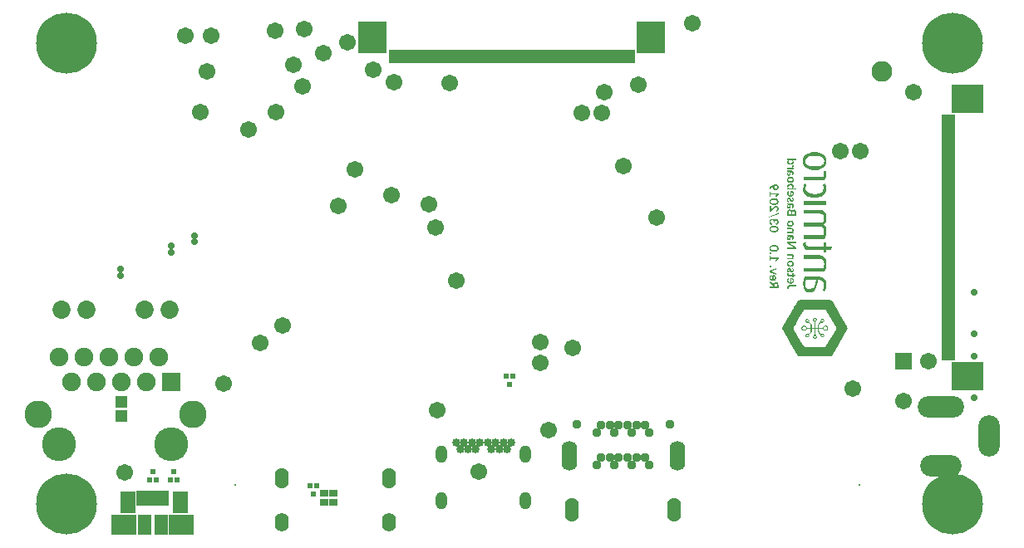
<source format=gbs>
%FSLAX44Y44*%
%MOMM*%
G71*
G01*
G75*
G04 Layer_Color=16711935*
%ADD10C,0.2500*%
%ADD11R,0.3000X0.3000*%
%ADD12R,0.4500X1.3800*%
%ADD13R,0.7620X0.7620*%
%ADD14R,0.6000X0.5500*%
%ADD15R,0.7620X0.7620*%
%ADD16R,0.6200X0.5700*%
%ADD17R,0.9500X0.9500*%
%ADD18R,0.9600X0.9700*%
%ADD19R,0.5500X1.5000*%
%ADD20R,0.9500X0.9500*%
%ADD21R,1.0000X0.6000*%
%ADD22R,0.5500X0.6000*%
%ADD23R,1.2000X3.0000*%
%ADD24R,0.6000X1.0000*%
%ADD25R,1.5500X1.5500*%
%ADD26O,0.6000X0.3000*%
%ADD27R,0.5000X0.4000*%
%ADD28R,0.5700X0.6200*%
%ADD29R,2.4000X1.5000*%
%ADD30R,0.5900X0.4500*%
%ADD31R,0.3500X0.8500*%
%ADD32R,0.2000X1.0000*%
%ADD33R,0.3000X1.2000*%
%ADD34R,3.2000X1.2000*%
%ADD35R,0.4500X0.2000*%
%ADD36R,0.5000X0.2000*%
%ADD37R,0.2000X0.4500*%
%ADD38R,0.2000X0.5000*%
%ADD39R,0.4500X0.5900*%
%ADD40R,0.3000X1.4500*%
%ADD41R,1.1000X1.4000*%
%ADD42R,0.2300X1.0000*%
%ADD43R,0.4000X0.5500*%
%ADD44R,0.3000X0.5500*%
%ADD45R,1.2500X1.7500*%
%ADD46R,0.9700X0.9600*%
%ADD47R,2.1000X2.1000*%
%ADD48R,0.2500X0.6000*%
%ADD49R,0.6000X0.2500*%
%ADD50O,0.5000X1.6000*%
%ADD51R,0.3000X0.3000*%
%ADD52R,1.0160X1.7000*%
%ADD53R,1.0160X1.7000*%
%ADD54R,1.0000X1.5000*%
%ADD55O,0.3000X0.8000*%
%ADD56O,0.8000X0.3000*%
G04:AMPARAMS|DCode=57|XSize=0.75mm|YSize=1.6mm|CornerRadius=0.075mm|HoleSize=0mm|Usage=FLASHONLY|Rotation=270.000|XOffset=0mm|YOffset=0mm|HoleType=Round|Shape=RoundedRectangle|*
%AMROUNDEDRECTD57*
21,1,0.7500,1.4500,0,0,270.0*
21,1,0.6000,1.6000,0,0,270.0*
1,1,0.1500,-0.7250,-0.3000*
1,1,0.1500,-0.7250,0.3000*
1,1,0.1500,0.7250,0.3000*
1,1,0.1500,0.7250,-0.3000*
%
%ADD57ROUNDEDRECTD57*%
G04:AMPARAMS|DCode=58|XSize=0.6mm|YSize=1.8mm|CornerRadius=0.06mm|HoleSize=0mm|Usage=FLASHONLY|Rotation=270.000|XOffset=0mm|YOffset=0mm|HoleType=Round|Shape=RoundedRectangle|*
%AMROUNDEDRECTD58*
21,1,0.6000,1.6800,0,0,270.0*
21,1,0.4800,1.8000,0,0,270.0*
1,1,0.1200,-0.8400,-0.2400*
1,1,0.1200,-0.8400,0.2400*
1,1,0.1200,0.8400,0.2400*
1,1,0.1200,0.8400,-0.2400*
%
%ADD58ROUNDEDRECTD58*%
G04:AMPARAMS|DCode=59|XSize=1.3mm|YSize=0.7mm|CornerRadius=0.07mm|HoleSize=0mm|Usage=FLASHONLY|Rotation=270.000|XOffset=0mm|YOffset=0mm|HoleType=Round|Shape=RoundedRectangle|*
%AMROUNDEDRECTD59*
21,1,1.3000,0.5600,0,0,270.0*
21,1,1.1600,0.7000,0,0,270.0*
1,1,0.1400,-0.2800,-0.5800*
1,1,0.1400,-0.2800,0.5800*
1,1,0.1400,0.2800,0.5800*
1,1,0.1400,0.2800,-0.5800*
%
%ADD59ROUNDEDRECTD59*%
%ADD60R,3.2000X3.2000*%
%ADD61R,0.7500X0.3000*%
%ADD62R,0.3000X0.7500*%
%ADD63R,1.0160X1.2700*%
%ADD64R,0.4000X0.9000*%
%ADD65R,0.4000X0.5000*%
%ADD66R,1.3900X1.4000*%
%ADD67R,3.3600X4.8600*%
%ADD68R,1.4000X1.1000*%
%ADD69R,0.8500X0.3560*%
%ADD70R,2.6000X3.0000*%
%ADD71R,0.3000X1.7500*%
%ADD72R,2.0000X3.5000*%
%ADD73R,3.4000X2.4000*%
%ADD74R,1.7000X1.0160*%
%ADD75R,1.7000X1.0160*%
%ADD76R,1.4000X2.1000*%
%ADD77R,2.3700X1.9000*%
%ADD78R,1.1750X1.9000*%
%ADD79C,0.2000*%
%ADD80C,0.3000*%
%ADD81C,0.1500*%
%ADD82C,0.4000*%
%ADD83C,0.1800*%
%ADD84C,0.2200*%
%ADD85C,0.3500*%
%ADD86R,2.1000X10.0000*%
%ADD87R,2.6000X6.8000*%
%ADD88R,4.4000X3.2000*%
%ADD89R,2.2000X13.7000*%
%ADD90O,1.0000X1.6000*%
%ADD91C,0.6500*%
%ADD92C,6.0000*%
%ADD93O,1.2000X1.7000*%
%ADD94O,1.2000X1.9000*%
%ADD95C,0.7500*%
%ADD96O,1.4000X2.8500*%
%ADD97O,1.2000X2.2500*%
%ADD98C,0.5000*%
%ADD99C,1.5000*%
%ADD100R,1.5000X1.5000*%
%ADD101O,4.5000X2.0000*%
%ADD102O,2.0000X4.0000*%
%ADD103O,4.0000X2.0000*%
%ADD104C,1.7000*%
%ADD105C,3.2500*%
%ADD106C,1.6500*%
%ADD107C,2.6000*%
%ADD108C,1.9000*%
%ADD109R,1.7000X1.7000*%
%ADD110C,0.6000*%
%ADD111C,1.0160*%
%ADD112R,3.4000X0.8000*%
%ADD113R,6.2000X1.5000*%
%ADD114O,1.6160X2.2160*%
%ADD115C,1.4160*%
%ADD116C,4.7160*%
%ADD117O,1.6160X2.1160*%
%ADD118O,1.6160X2.3160*%
%ADD119C,1.5660*%
%ADD120C,2.0160*%
%ADD121O,1.9160X3.3660*%
%ADD122O,1.7160X2.7560*%
%ADD123C,1.9160*%
%ADD124C,2.0360*%
%ADD125O,2.0160X4.0160*%
%ADD126O,4.0160X2.0160*%
%ADD127C,1.9060*%
%ADD128C,4.2660*%
%ADD129C,2.0360*%
%ADD130C,2.7160*%
%ADD131C,2.6160*%
%ADD132C,2.1160*%
%ADD133C,1.1660*%
%ADD134C,1.2660*%
%ADD135C,1.2160*%
%ADD136C,0.0000*%
%ADD137C,0.0051*%
%ADD138O,4.5160X2.0160*%
%ADD139R,1.2000X0.3000*%
%ADD140R,2.7000X3.0000*%
%ADD141R,3.0000X2.7000*%
%ADD142C,0.2540*%
%ADD143C,0.1000*%
%ADD144C,0.5500*%
%ADD145C,0.2286*%
%ADD146C,0.1270*%
%ADD147C,0.1778*%
%ADD148C,0.1524*%
%ADD149C,0.1200*%
%ADD150R,0.5032X0.5032*%
%ADD151R,0.6532X1.5832*%
%ADD152R,0.9652X0.9652*%
%ADD153R,0.8032X0.7532*%
%ADD154R,0.9652X0.9652*%
%ADD155R,0.8232X0.7732*%
%ADD156R,1.1532X1.1532*%
%ADD157R,1.1632X1.1732*%
%ADD158R,0.7532X1.7032*%
%ADD159R,1.1532X1.1532*%
%ADD160R,1.2032X0.8032*%
%ADD161R,0.7532X0.8032*%
%ADD162R,1.4032X3.2032*%
%ADD163R,0.8032X1.2032*%
%ADD164R,1.7532X1.7532*%
%ADD165O,0.8032X0.5032*%
%ADD166R,0.7032X0.6032*%
%ADD167R,0.7732X0.8232*%
%ADD168R,2.6032X1.7032*%
%ADD169R,0.7932X0.6532*%
%ADD170R,0.5532X1.0532*%
%ADD171R,0.4032X1.2032*%
%ADD172R,0.5032X1.4032*%
%ADD173R,3.4032X1.4032*%
%ADD174R,0.6532X0.4032*%
%ADD175R,0.7032X0.4032*%
%ADD176R,0.4032X0.6532*%
%ADD177R,0.4032X0.7032*%
%ADD178R,0.6532X0.7932*%
%ADD179R,0.5032X1.6532*%
%ADD180R,1.3032X1.6032*%
%ADD181R,0.4332X1.2032*%
%ADD182R,0.6032X0.7532*%
%ADD183R,0.5032X0.7532*%
%ADD184R,1.4532X1.9532*%
%ADD185R,1.1732X1.1632*%
%ADD186R,2.3032X2.3032*%
%ADD187R,0.4532X0.8032*%
%ADD188R,0.8032X0.4532*%
%ADD189O,0.7032X1.8032*%
%ADD190R,0.5032X0.5032*%
%ADD191R,1.2192X1.9032*%
%ADD192R,1.2192X1.9032*%
%ADD193R,1.2032X1.7032*%
%ADD194O,0.5032X1.0032*%
%ADD195O,1.0032X0.5032*%
G04:AMPARAMS|DCode=196|XSize=0.9532mm|YSize=1.8032mm|CornerRadius=0.1766mm|HoleSize=0mm|Usage=FLASHONLY|Rotation=270.000|XOffset=0mm|YOffset=0mm|HoleType=Round|Shape=RoundedRectangle|*
%AMROUNDEDRECTD196*
21,1,0.9532,1.4500,0,0,270.0*
21,1,0.6000,1.8032,0,0,270.0*
1,1,0.3532,-0.7250,-0.3000*
1,1,0.3532,-0.7250,0.3000*
1,1,0.3532,0.7250,0.3000*
1,1,0.3532,0.7250,-0.3000*
%
%ADD196ROUNDEDRECTD196*%
G04:AMPARAMS|DCode=197|XSize=0.8032mm|YSize=2.0032mm|CornerRadius=0.1616mm|HoleSize=0mm|Usage=FLASHONLY|Rotation=270.000|XOffset=0mm|YOffset=0mm|HoleType=Round|Shape=RoundedRectangle|*
%AMROUNDEDRECTD197*
21,1,0.8032,1.6800,0,0,270.0*
21,1,0.4800,2.0032,0,0,270.0*
1,1,0.3232,-0.8400,-0.2400*
1,1,0.3232,-0.8400,0.2400*
1,1,0.3232,0.8400,0.2400*
1,1,0.3232,0.8400,-0.2400*
%
%ADD197ROUNDEDRECTD197*%
G04:AMPARAMS|DCode=198|XSize=1.5032mm|YSize=0.9032mm|CornerRadius=0.1716mm|HoleSize=0mm|Usage=FLASHONLY|Rotation=270.000|XOffset=0mm|YOffset=0mm|HoleType=Round|Shape=RoundedRectangle|*
%AMROUNDEDRECTD198*
21,1,1.5032,0.5600,0,0,270.0*
21,1,1.1600,0.9032,0,0,270.0*
1,1,0.3432,-0.2800,-0.5800*
1,1,0.3432,-0.2800,0.5800*
1,1,0.3432,0.2800,0.5800*
1,1,0.3432,0.2800,-0.5800*
%
%ADD198ROUNDEDRECTD198*%
%ADD199R,3.4032X3.4032*%
%ADD200R,0.9532X0.5032*%
%ADD201R,0.5032X0.9532*%
%ADD202R,1.2192X1.4732*%
%ADD203R,0.6032X1.1032*%
%ADD204R,0.6032X0.7032*%
%ADD205R,1.5932X1.6032*%
%ADD206R,3.5632X5.0632*%
%ADD207R,1.6032X1.3032*%
%ADD208R,1.0532X0.5592*%
%ADD209R,2.8032X3.2032*%
%ADD210R,0.5032X1.9532*%
%ADD211R,2.2032X3.7032*%
%ADD212R,3.6032X2.6032*%
%ADD213R,1.9032X1.2192*%
%ADD214R,1.9032X1.2192*%
%ADD215R,1.6032X2.3032*%
%ADD216R,2.5732X2.1032*%
%ADD217R,1.3782X2.1032*%
%ADD218O,1.2032X1.8032*%
%ADD219C,0.8532*%
%ADD220C,0.2032*%
%ADD221C,6.2032*%
%ADD222O,1.4032X1.9032*%
%ADD223O,1.4032X2.1032*%
%ADD224C,0.9532*%
%ADD225O,1.6032X3.0532*%
%ADD226O,1.4032X2.4532*%
%ADD227C,0.7032*%
%ADD228C,1.7032*%
%ADD229R,1.7032X1.7032*%
%ADD230O,4.7032X2.2032*%
%ADD231O,2.2032X4.2032*%
%ADD232O,4.2032X2.2032*%
%ADD233C,1.9032*%
%ADD234C,3.4532*%
%ADD235C,1.8532*%
%ADD236C,2.8032*%
%ADD237C,2.1032*%
%ADD238R,1.9032X1.9032*%
%ADD239R,1.4032X0.5032*%
%ADD240R,2.9032X3.2032*%
%ADD241R,3.2032X2.9032*%
G36*
X-215674Y352632D02*
X-215462Y352590D01*
X-215322Y352548D01*
X-215293Y352534D01*
X-215279Y352519D01*
X-215082Y352407D01*
X-214927Y352294D01*
X-214828Y352209D01*
X-214800Y352167D01*
X-214659Y351998D01*
X-214546Y351829D01*
X-214462Y351646D01*
X-214236Y351068D01*
X-214053Y350490D01*
X-213855Y349982D01*
X-213771Y349827D01*
X-213686Y349714D01*
X-213602Y349616D01*
X-213489Y349545D01*
X-213376Y349503D01*
X-213277Y349489D01*
X-213249D01*
X-213038Y349531D01*
X-212869Y349616D01*
X-212770Y349700D01*
X-212756Y349728D01*
X-212742Y349742D01*
X-212629Y349968D01*
X-212573Y350208D01*
X-212544Y350405D01*
Y350461D01*
Y350475D01*
X-212559Y350687D01*
X-212573Y350842D01*
X-212601Y350941D01*
X-212615Y350969D01*
Y350983D01*
X-212700Y351265D01*
X-212742Y351349D01*
X-212756Y351378D01*
X-212855Y351603D01*
X-212883Y351660D01*
X-212897Y351688D01*
X-212939Y351857D01*
X-212953Y351913D01*
Y351927D01*
X-212925Y352068D01*
X-212911Y352097D01*
Y352111D01*
X-212826Y352195D01*
X-212784Y352224D01*
X-212770Y352238D01*
X-212206Y352590D01*
X-212079Y352449D01*
X-211966Y352294D01*
X-211783Y351998D01*
X-211628Y351674D01*
X-211501Y351251D01*
X-211431Y350856D01*
X-211403Y350447D01*
X-211431Y350024D01*
X-211459Y349841D01*
X-211487Y349686D01*
X-211572Y349376D01*
X-211628Y349221D01*
X-211699Y349066D01*
X-211840Y348826D01*
X-211995Y348615D01*
X-212206Y348417D01*
X-212418Y348276D01*
X-212629Y348149D01*
X-212897Y348065D01*
X-213137Y348008D01*
X-213376Y347994D01*
X-213672Y348008D01*
X-213912Y348065D01*
X-214123Y348121D01*
X-214321Y348234D01*
X-214490Y348361D01*
X-214631Y348488D01*
X-214772Y348657D01*
X-214885Y348826D01*
X-214955Y348953D01*
X-214969Y348981D01*
X-214983Y348995D01*
X-215152Y349404D01*
X-215209Y349531D01*
X-215223Y349573D01*
Y349587D01*
X-215350Y349996D01*
X-215392Y350137D01*
X-215406Y350165D01*
Y350179D01*
X-215477Y350391D01*
X-215533Y350546D01*
X-215589Y350659D01*
X-215604Y350687D01*
Y350701D01*
X-215688Y350856D01*
X-215773Y350969D01*
X-215829Y351025D01*
X-215857Y351053D01*
X-215970Y351138D01*
X-216097Y351180D01*
X-216224Y351194D01*
X-216435Y351166D01*
X-216520Y351138D01*
X-216618Y351082D01*
X-216703Y351025D01*
X-216774Y350941D01*
X-216900Y350729D01*
X-216943Y350616D01*
X-216999Y350306D01*
X-217013Y350137D01*
X-216999Y349897D01*
X-216971Y349714D01*
X-216929Y349545D01*
X-216816Y349263D01*
X-216759Y349150D01*
X-216576Y348840D01*
X-216506Y348657D01*
X-216492Y348572D01*
X-216506Y348474D01*
X-216520Y348403D01*
X-216548Y348333D01*
X-216604Y348262D01*
X-216647Y348206D01*
X-216717Y348163D01*
X-217309Y347811D01*
X-217535Y348093D01*
X-217605Y348206D01*
X-217619Y348234D01*
X-217633Y348248D01*
X-217817Y348615D01*
X-217873Y348741D01*
X-217887Y348770D01*
Y348784D01*
X-218000Y349207D01*
X-218028Y349348D01*
X-218042Y349390D01*
Y349404D01*
X-218085Y349855D01*
X-218099Y350010D01*
Y350052D01*
Y350067D01*
X-218071Y350504D01*
X-218014Y350856D01*
X-217972Y351096D01*
X-217944Y351166D01*
Y351180D01*
X-217873Y351363D01*
X-217803Y351519D01*
X-217662Y351772D01*
X-217549Y351941D01*
X-217521Y351984D01*
X-217507Y351998D01*
X-217267Y352209D01*
X-217055Y352364D01*
X-216886Y352463D01*
X-216830Y352491D01*
X-216816D01*
X-216506Y352590D01*
X-216224Y352646D01*
X-216026Y352660D01*
X-215942D01*
X-215674Y352632D01*
D02*
G37*
G36*
X-213855Y359427D02*
X-213644Y359385D01*
X-213461Y359356D01*
X-213193Y359272D01*
X-213122Y359258D01*
X-213094Y359244D01*
X-212897Y359159D01*
X-212714Y359061D01*
X-212418Y358863D01*
X-212234Y358722D01*
X-212178Y358666D01*
X-212164Y358652D01*
X-211910Y358356D01*
X-211741Y358074D01*
X-211600Y357764D01*
X-211487Y357369D01*
X-211431Y357002D01*
X-211403Y356622D01*
X-211417Y356354D01*
X-211445Y356114D01*
X-211487Y355889D01*
X-211530Y355691D01*
X-211572Y355536D01*
X-211614Y355409D01*
X-211656Y355311D01*
X-211755Y355099D01*
X-211868Y354916D01*
X-212093Y354606D01*
X-212277Y354394D01*
X-212347Y354324D01*
X-212685Y354056D01*
X-213010Y353873D01*
X-213362Y353704D01*
X-213799Y353577D01*
X-214208Y353520D01*
X-214617Y353492D01*
X-215209Y353535D01*
X-215462Y353563D01*
X-215688Y353619D01*
X-216012Y353689D01*
X-216125Y353732D01*
X-216351Y353830D01*
X-216562Y353943D01*
X-216759Y354056D01*
X-216915Y354169D01*
X-217126Y354352D01*
X-217211Y354423D01*
X-217366Y354592D01*
X-217493Y354761D01*
X-217704Y355099D01*
X-217831Y355339D01*
X-217859Y355409D01*
X-217873Y355438D01*
X-218000Y355875D01*
X-218056Y356283D01*
X-218085Y356579D01*
Y356664D01*
Y356692D01*
X-218071Y356960D01*
X-218056Y357186D01*
X-218042Y357355D01*
Y357397D01*
Y357411D01*
X-218000Y357679D01*
X-217944Y357905D01*
X-217887Y358060D01*
X-217873Y358102D01*
Y358116D01*
X-217774Y358370D01*
X-217662Y358581D01*
X-217577Y358736D01*
X-217563Y358779D01*
X-217549Y358793D01*
X-217380Y359018D01*
X-217211Y359216D01*
X-217084Y359342D01*
X-217055Y359371D01*
X-217041Y359385D01*
X-216463Y358934D01*
X-216379Y358849D01*
X-216336Y358750D01*
X-216322Y358638D01*
X-216336Y358539D01*
X-216365Y358440D01*
X-216407Y358341D01*
X-216604Y357975D01*
X-216745Y357665D01*
X-216802Y357496D01*
X-216872Y357059D01*
X-216886Y356833D01*
X-216872Y356565D01*
X-216830Y356340D01*
X-216774Y356142D01*
X-216675Y355931D01*
X-216548Y355748D01*
X-216421Y355593D01*
X-216224Y355438D01*
X-216026Y355325D01*
X-215871Y355254D01*
X-215829Y355240D01*
X-215815Y355226D01*
X-215251Y355099D01*
X-215040Y355071D01*
X-214969Y355057D01*
X-214955D01*
Y359089D01*
X-214941Y359230D01*
X-214885Y359314D01*
X-214842Y359356D01*
X-214828Y359371D01*
X-214701Y359427D01*
X-214546Y359441D01*
X-214405Y359455D01*
X-214349D01*
X-213855Y359427D01*
D02*
G37*
G36*
X-230982Y351814D02*
X-230587Y351786D01*
X-229938Y351701D01*
X-229501Y351616D01*
X-229389Y351588D01*
X-229360Y351574D01*
X-229346D01*
X-229022Y351475D01*
X-228740Y351348D01*
X-228486Y351236D01*
X-228275Y351123D01*
X-227979Y350926D01*
X-227908Y350883D01*
X-227880Y350855D01*
X-227683Y350686D01*
X-227500Y350503D01*
X-227232Y350150D01*
X-227077Y349883D01*
X-227020Y349784D01*
X-226851Y349319D01*
X-226766Y348896D01*
X-226738Y348459D01*
X-226752Y348191D01*
X-226781Y347951D01*
X-226823Y347726D01*
X-226879Y347514D01*
X-226978Y347232D01*
X-227020Y347119D01*
X-227133Y346908D01*
X-227274Y346697D01*
X-227415Y346513D01*
X-227556Y346358D01*
X-227880Y346062D01*
X-228106Y345907D01*
X-228345Y345766D01*
X-228825Y345541D01*
X-229346Y345357D01*
X-230037Y345216D01*
X-230714Y345132D01*
X-231418Y345104D01*
X-231856Y345118D01*
X-232250Y345146D01*
X-232913Y345230D01*
X-233350Y345315D01*
X-233505Y345357D01*
X-233815Y345456D01*
X-234111Y345569D01*
X-234351Y345696D01*
X-234576Y345808D01*
X-234745Y345907D01*
X-234872Y345992D01*
X-234971Y346062D01*
X-235168Y346231D01*
X-235352Y346415D01*
X-235619Y346767D01*
X-235774Y347021D01*
X-235817Y347091D01*
X-235831Y347119D01*
X-235986Y347585D01*
X-236056Y348022D01*
X-236085Y348332D01*
X-236099Y348430D01*
Y348459D01*
X-236085Y348712D01*
X-236056Y348966D01*
X-236014Y349192D01*
X-235958Y349389D01*
X-235915Y349558D01*
X-235873Y349671D01*
X-235845Y349756D01*
X-235831Y349784D01*
X-235718Y350009D01*
X-235577Y350207D01*
X-235436Y350390D01*
X-235295Y350559D01*
X-235070Y350771D01*
X-234999Y350841D01*
X-234971Y350855D01*
X-234745Y351024D01*
X-234492Y351165D01*
X-234026Y351391D01*
X-233646Y351532D01*
X-233547Y351560D01*
X-233519Y351574D01*
X-233505D01*
X-232800Y351715D01*
X-232123Y351800D01*
X-231616Y351828D01*
X-231418D01*
X-230982Y351814D01*
D02*
G37*
G36*
X-234830Y357058D02*
X-226823D01*
Y355775D01*
X-229205Y352970D01*
X-229882Y353477D01*
X-229952Y353534D01*
X-229981Y353562D01*
X-229995Y353576D01*
X-230037Y353703D01*
X-230051Y353745D01*
Y353759D01*
Y353900D01*
Y353956D01*
Y353971D01*
X-230023Y354055D01*
X-229981Y354126D01*
X-229952Y354182D01*
X-229938Y354196D01*
X-228839Y355507D01*
X-229487Y355493D01*
X-234830D01*
Y353632D01*
X-236000D01*
Y358707D01*
X-234830D01*
Y357058D01*
D02*
G37*
G36*
X-213503Y346768D02*
X-213334Y346740D01*
X-213179Y346712D01*
X-212967Y346655D01*
X-212897Y346641D01*
X-212883Y346627D01*
X-212714Y346571D01*
X-212559Y346486D01*
X-212432Y346415D01*
X-212319Y346331D01*
X-212150Y346218D01*
X-212107Y346176D01*
X-212093Y346162D01*
X-211868Y345908D01*
X-211699Y345668D01*
X-211572Y345401D01*
X-211459Y345048D01*
X-211403Y344724D01*
X-211374Y344371D01*
X-211388Y344090D01*
X-211417Y343807D01*
X-211473Y343540D01*
X-211530Y343286D01*
X-211614Y343046D01*
X-211699Y342821D01*
X-211797Y342623D01*
X-211882Y342440D01*
X-212079Y342116D01*
X-212248Y341876D01*
X-212404Y341679D01*
X-212911Y341947D01*
X-213052Y342060D01*
X-213094Y342116D01*
X-213108Y342130D01*
X-213151Y342229D01*
X-213179Y342313D01*
X-213193Y342384D01*
Y342412D01*
X-213179Y342553D01*
X-213151Y342666D01*
X-213122Y342736D01*
X-213108Y342764D01*
X-212967Y342990D01*
X-212925Y343074D01*
X-212911Y343089D01*
Y343103D01*
X-212770Y343399D01*
X-212728Y343497D01*
X-212714Y343526D01*
Y343540D01*
X-212657Y343751D01*
X-212629Y343949D01*
X-212615Y344118D01*
Y344160D01*
Y344174D01*
X-212629Y344357D01*
X-212671Y344526D01*
X-212770Y344780D01*
X-212883Y344921D01*
X-212939Y344978D01*
X-213066Y345076D01*
X-213221Y345147D01*
X-213531Y345231D01*
X-213898Y345260D01*
X-214278D01*
X-214293Y344865D01*
X-214321Y344498D01*
X-214405Y343906D01*
X-214433Y343695D01*
X-214476Y343540D01*
X-214504Y343399D01*
X-214574Y343131D01*
X-214659Y342891D01*
X-214729Y342694D01*
X-214814Y342525D01*
X-214927Y342285D01*
X-214983Y342201D01*
X-215096Y342045D01*
X-215195Y341904D01*
X-215406Y341707D01*
X-215618Y341552D01*
X-215885Y341453D01*
X-216111Y341397D01*
X-216351Y341369D01*
X-216647Y341383D01*
X-216900Y341439D01*
X-217112Y341496D01*
X-217225Y341552D01*
X-217337Y341623D01*
X-217507Y341749D01*
X-217662Y341890D01*
X-217803Y342088D01*
X-217915Y342285D01*
X-217972Y342440D01*
X-218000Y342482D01*
Y342496D01*
X-218085Y343004D01*
X-218099Y343187D01*
Y343244D01*
Y343258D01*
X-218071Y343709D01*
X-218042Y343850D01*
Y343878D01*
Y343892D01*
X-218000Y344104D01*
X-217944Y344273D01*
X-217901Y344400D01*
X-217887Y344428D01*
Y344442D01*
X-217789Y344625D01*
X-217704Y344780D01*
X-217633Y344879D01*
X-217605Y344907D01*
Y344921D01*
X-217478Y345104D01*
X-217337Y345260D01*
X-217253Y345372D01*
X-217225Y345401D01*
X-217211Y345415D01*
X-217676Y345556D01*
X-217803Y345612D01*
X-217887Y345668D01*
X-217929Y345725D01*
X-217944Y345739D01*
X-217986Y345950D01*
X-218000Y346049D01*
Y346063D01*
Y346077D01*
Y346796D01*
X-213898D01*
X-213503Y346768D01*
D02*
G37*
G36*
X-234914Y344173D02*
X-234788Y344131D01*
X-234717Y344075D01*
X-234689Y344060D01*
Y344046D01*
X-234604Y343919D01*
X-234562Y343793D01*
X-234548Y343652D01*
Y341297D01*
X-234576Y340917D01*
X-234604Y340733D01*
X-234689Y340325D01*
X-234731Y340141D01*
X-232617Y342214D01*
X-232095Y342707D01*
X-231926Y342862D01*
X-231884Y342904D01*
X-231870Y342919D01*
X-231348Y343341D01*
X-231179Y343454D01*
X-231122Y343482D01*
X-231108Y343497D01*
X-230544Y343793D01*
X-230361Y343863D01*
X-230305Y343891D01*
X-230291D01*
X-229952Y343976D01*
X-229656Y344032D01*
X-229431Y344046D01*
X-229346D01*
X-229135Y344032D01*
X-228923Y344018D01*
X-228585Y343948D01*
X-228359Y343863D01*
X-228289Y343849D01*
X-228275Y343835D01*
X-228106Y343750D01*
X-227951Y343666D01*
X-227810Y343567D01*
X-227683Y343468D01*
X-227514Y343313D01*
X-227457Y343257D01*
X-227218Y342961D01*
X-227062Y342665D01*
X-226950Y342439D01*
X-226922Y342355D01*
X-226809Y341960D01*
X-226766Y341579D01*
X-226738Y341199D01*
Y340973D01*
X-226766Y340762D01*
X-226823Y340395D01*
X-226907Y340057D01*
X-226978Y339860D01*
X-227048Y339690D01*
X-227133Y339521D01*
X-227218Y339380D01*
X-227344Y339183D01*
X-227401Y339112D01*
X-227528Y338971D01*
X-227669Y338830D01*
X-227936Y338619D01*
X-228233Y338436D01*
X-228994Y338154D01*
X-229389Y338069D01*
X-229529Y338887D01*
X-229544Y339098D01*
X-229529Y339253D01*
X-229515Y339352D01*
X-229501Y339380D01*
X-229459Y339451D01*
X-229403Y339507D01*
X-229262Y339592D01*
X-229149Y339648D01*
X-229121Y339662D01*
X-229107D01*
X-228951Y339719D01*
X-228811Y339789D01*
X-228726Y339845D01*
X-228712Y339860D01*
X-228698D01*
X-228557Y339958D01*
X-228458Y340057D01*
X-228388Y340141D01*
X-228359Y340170D01*
X-228190Y340452D01*
X-228148Y340550D01*
X-228134Y340578D01*
Y340592D01*
X-228063Y340945D01*
X-228049Y341072D01*
Y341100D01*
Y341114D01*
X-228063Y341326D01*
X-228092Y341495D01*
X-228120Y341608D01*
X-228134Y341636D01*
Y341650D01*
X-228204Y341819D01*
X-228303Y341960D01*
X-228374Y342044D01*
X-228388Y342073D01*
X-228402D01*
X-228543Y342200D01*
X-228670Y342270D01*
X-228825Y342341D01*
X-229205Y342425D01*
X-229403Y342439D01*
X-229529D01*
X-229656Y342425D01*
X-229882Y342397D01*
X-230093Y342341D01*
X-230333Y342256D01*
X-230544Y342157D01*
X-230742Y342059D01*
X-230967Y341904D01*
X-231179Y341763D01*
X-231376Y341593D01*
X-231616Y341382D01*
X-231827Y341185D01*
X-232053Y340973D01*
X-234844Y338196D01*
X-235056Y338027D01*
X-235154Y337971D01*
X-235380Y337928D01*
X-235492Y337914D01*
X-236000D01*
Y344201D01*
X-235070D01*
X-234914Y344173D01*
D02*
G37*
G36*
X-232997Y330908D02*
X-232729Y330866D01*
X-232504Y330795D01*
X-232321Y330725D01*
X-232053Y330584D01*
X-231982Y330527D01*
X-231954Y330513D01*
X-231771Y330344D01*
X-231602Y330161D01*
X-231348Y329752D01*
X-231151Y329287D01*
X-231052Y329526D01*
X-230967Y329724D01*
X-230897Y329851D01*
X-230869Y329879D01*
Y329893D01*
X-230728Y330090D01*
X-230601Y330231D01*
X-230502Y330330D01*
X-230474Y330344D01*
X-230460Y330358D01*
X-230263Y330485D01*
X-230065Y330570D01*
X-229924Y330626D01*
X-229882Y330640D01*
X-229868D01*
X-229346Y330725D01*
X-229163Y330739D01*
X-229093D01*
X-228909Y330725D01*
X-228740Y330710D01*
X-228585Y330682D01*
X-228444Y330640D01*
X-228247Y330570D01*
X-228190Y330555D01*
X-228176Y330541D01*
X-228021Y330471D01*
X-227866Y330372D01*
X-227626Y330203D01*
X-227471Y330048D01*
X-227415Y329992D01*
X-227204Y329696D01*
X-227048Y329414D01*
X-226922Y329118D01*
X-226809Y328723D01*
X-226766Y328356D01*
X-226738Y327976D01*
Y327750D01*
X-226766Y327539D01*
X-226823Y327172D01*
X-226907Y326834D01*
X-227048Y326467D01*
X-227133Y326312D01*
X-227218Y326171D01*
X-227344Y325974D01*
X-227401Y325904D01*
X-227528Y325762D01*
X-227669Y325621D01*
X-227936Y325410D01*
X-228233Y325213D01*
X-228994Y324931D01*
X-229389Y324846D01*
X-229529Y325678D01*
X-229544Y325889D01*
X-229529Y326030D01*
X-229515Y326129D01*
X-229501Y326157D01*
X-229403Y326284D01*
X-229262Y326369D01*
X-229149Y326439D01*
X-229121Y326453D01*
X-229107D01*
X-228951Y326510D01*
X-228811Y326566D01*
X-228726Y326622D01*
X-228712Y326637D01*
X-228698D01*
X-228557Y326735D01*
X-228458Y326834D01*
X-228388Y326918D01*
X-228359Y326947D01*
X-228190Y327229D01*
X-228148Y327327D01*
X-228134Y327355D01*
Y327370D01*
X-228063Y327722D01*
X-228049Y327849D01*
Y327877D01*
Y327891D01*
X-228063Y328103D01*
X-228106Y328286D01*
X-228162Y328455D01*
X-228218Y328596D01*
X-228331Y328779D01*
X-228374Y328836D01*
X-228388Y328850D01*
X-228529Y328977D01*
X-228684Y329061D01*
X-229008Y329174D01*
X-229262Y329216D01*
X-229374D01*
X-229586Y329202D01*
X-229755Y329174D01*
X-229924Y329118D01*
X-230093Y329033D01*
X-230234Y328934D01*
X-230361Y328807D01*
X-230488Y328624D01*
X-230573Y328427D01*
X-230643Y328201D01*
X-230742Y327581D01*
X-230756Y327243D01*
X-231870D01*
Y327496D01*
X-231884Y327708D01*
X-231898Y327905D01*
X-231926Y328060D01*
X-231968Y328286D01*
X-231982Y328342D01*
Y328356D01*
X-232025Y328511D01*
X-232067Y328638D01*
X-232123Y328751D01*
X-232166Y328836D01*
X-232250Y328948D01*
X-232264Y328977D01*
X-232278Y328991D01*
X-232433Y329132D01*
X-232574Y329230D01*
X-232744Y329287D01*
X-233138Y329343D01*
X-233336Y329357D01*
X-233519Y329343D01*
X-233688Y329315D01*
X-233857Y329258D01*
X-234041Y329174D01*
X-234181Y329075D01*
X-234322Y328963D01*
X-234463Y328807D01*
X-234576Y328638D01*
X-234661Y328455D01*
X-234774Y328004D01*
X-234788Y327764D01*
X-234774Y327525D01*
X-234731Y327327D01*
X-234689Y327144D01*
X-234590Y326961D01*
X-234506Y326820D01*
X-234407Y326693D01*
X-234153Y326467D01*
X-234055Y326397D01*
X-234041Y326383D01*
X-234026Y326369D01*
X-233730Y326199D01*
X-233632Y326143D01*
X-233603Y326129D01*
X-233589D01*
X-233519Y326087D01*
X-233463Y326030D01*
X-233392Y325918D01*
X-233336Y325777D01*
X-233322Y325607D01*
X-233336Y325438D01*
X-233392Y325269D01*
X-233674Y324578D01*
X-234083Y324733D01*
X-234421Y324888D01*
X-234717Y325043D01*
X-235027Y325255D01*
X-235267Y325466D01*
X-235422Y325636D01*
X-235464Y325678D01*
X-235478Y325692D01*
X-235676Y325988D01*
X-235831Y326284D01*
X-235915Y326496D01*
X-235930Y326552D01*
X-235944Y326580D01*
X-236070Y327370D01*
X-236099Y327666D01*
Y327750D01*
Y327778D01*
X-236070Y328229D01*
X-236014Y328610D01*
X-235958Y328878D01*
X-235930Y328948D01*
Y328977D01*
X-235859Y329188D01*
X-235774Y329371D01*
X-235591Y329696D01*
X-235507Y329808D01*
X-235450Y329907D01*
X-235408Y329963D01*
X-235394Y329977D01*
X-235098Y330274D01*
X-234816Y330485D01*
X-234590Y330626D01*
X-234534Y330654D01*
X-234506Y330668D01*
X-234083Y330809D01*
X-233688Y330894D01*
X-233392Y330922D01*
X-233124D01*
X-232997Y330908D01*
D02*
G37*
G36*
X-213503Y380065D02*
X-213334Y380037D01*
X-213179Y380009D01*
X-212967Y379952D01*
X-212897Y379938D01*
X-212883Y379924D01*
X-212714Y379868D01*
X-212559Y379783D01*
X-212432Y379713D01*
X-212319Y379628D01*
X-212150Y379515D01*
X-212107Y379473D01*
X-212093Y379459D01*
X-211868Y379205D01*
X-211699Y378965D01*
X-211572Y378698D01*
X-211459Y378345D01*
X-211403Y378021D01*
X-211374Y377668D01*
X-211388Y377387D01*
X-211417Y377105D01*
X-211473Y376837D01*
X-211530Y376583D01*
X-211614Y376343D01*
X-211699Y376118D01*
X-211797Y375920D01*
X-211882Y375737D01*
X-212079Y375413D01*
X-212248Y375173D01*
X-212404Y374976D01*
X-212911Y375244D01*
X-213052Y375357D01*
X-213094Y375413D01*
X-213108Y375427D01*
X-213151Y375526D01*
X-213179Y375610D01*
X-213193Y375681D01*
Y375709D01*
X-213179Y375850D01*
X-213151Y375963D01*
X-213122Y376033D01*
X-213108Y376062D01*
X-212967Y376287D01*
X-212925Y376372D01*
X-212911Y376386D01*
Y376400D01*
X-212770Y376696D01*
X-212728Y376795D01*
X-212714Y376823D01*
Y376837D01*
X-212657Y377048D01*
X-212629Y377246D01*
X-212615Y377415D01*
Y377457D01*
Y377471D01*
X-212629Y377654D01*
X-212671Y377824D01*
X-212770Y378077D01*
X-212883Y378218D01*
X-212939Y378275D01*
X-213066Y378373D01*
X-213221Y378444D01*
X-213531Y378529D01*
X-213898Y378557D01*
X-214278D01*
X-214293Y378162D01*
X-214321Y377795D01*
X-214405Y377203D01*
X-214433Y376992D01*
X-214476Y376837D01*
X-214504Y376696D01*
X-214574Y376428D01*
X-214659Y376188D01*
X-214729Y375991D01*
X-214814Y375822D01*
X-214927Y375582D01*
X-214983Y375498D01*
X-215096Y375342D01*
X-215195Y375202D01*
X-215406Y375004D01*
X-215618Y374849D01*
X-215885Y374751D01*
X-216111Y374694D01*
X-216351Y374666D01*
X-216647Y374680D01*
X-216900Y374736D01*
X-217112Y374793D01*
X-217225Y374849D01*
X-217337Y374920D01*
X-217507Y375047D01*
X-217662Y375187D01*
X-217803Y375385D01*
X-217915Y375582D01*
X-217972Y375737D01*
X-218000Y375779D01*
Y375794D01*
X-218085Y376301D01*
X-218099Y376484D01*
Y376541D01*
Y376555D01*
X-218071Y377006D01*
X-218042Y377147D01*
Y377175D01*
Y377189D01*
X-218000Y377401D01*
X-217944Y377570D01*
X-217901Y377697D01*
X-217887Y377725D01*
Y377739D01*
X-217789Y377922D01*
X-217704Y378077D01*
X-217633Y378176D01*
X-217605Y378204D01*
Y378218D01*
X-217478Y378402D01*
X-217337Y378557D01*
X-217253Y378669D01*
X-217225Y378698D01*
X-217211Y378712D01*
X-217676Y378853D01*
X-217803Y378909D01*
X-217887Y378965D01*
X-217929Y379022D01*
X-217944Y379036D01*
X-217986Y379247D01*
X-218000Y379346D01*
Y379360D01*
Y379374D01*
Y380093D01*
X-213898D01*
X-213503Y380065D01*
D02*
G37*
G36*
X-214194Y373890D02*
X-213954Y373848D01*
X-213757Y373806D01*
X-213461Y373736D01*
X-213376Y373707D01*
X-213348Y373693D01*
X-213122Y373609D01*
X-212925Y373496D01*
X-212742Y373383D01*
X-212587Y373284D01*
X-212375Y373115D01*
X-212319Y373059D01*
X-212305Y373045D01*
X-212023Y372706D01*
X-211811Y372382D01*
X-211642Y372030D01*
X-211501Y371579D01*
X-211431Y371156D01*
X-211403Y370719D01*
X-211417Y370451D01*
X-211445Y370197D01*
X-211515Y369774D01*
X-211600Y369492D01*
X-211642Y369380D01*
X-211741Y369168D01*
X-211840Y368971D01*
X-211952Y368801D01*
X-212051Y368647D01*
X-212305Y368364D01*
X-212643Y368097D01*
X-212981Y367885D01*
X-213348Y367716D01*
X-213827Y367589D01*
X-214278Y367519D01*
X-214744Y367491D01*
X-215293Y367533D01*
X-215519Y367561D01*
X-215730Y367603D01*
X-216026Y367688D01*
X-216139Y367716D01*
X-216365Y367815D01*
X-216562Y367913D01*
X-216900Y368125D01*
X-217112Y368294D01*
X-217197Y368364D01*
X-217478Y368703D01*
X-217690Y369027D01*
X-217817Y369281D01*
X-217845Y369351D01*
X-217859Y369380D01*
X-217986Y369845D01*
X-218056Y370282D01*
X-218085Y370592D01*
Y370690D01*
Y370705D01*
Y370719D01*
X-218071Y370987D01*
X-218042Y371226D01*
X-218014Y371452D01*
X-217972Y371649D01*
X-217887Y371931D01*
X-217873Y372001D01*
X-217859Y372030D01*
X-217760Y372241D01*
X-217662Y372439D01*
X-217549Y372608D01*
X-217436Y372763D01*
X-217267Y372974D01*
X-217211Y373031D01*
X-217197Y373045D01*
X-216844Y373327D01*
X-216506Y373524D01*
X-216238Y373651D01*
X-216167Y373679D01*
X-216139Y373693D01*
X-215660Y373820D01*
X-215209Y373890D01*
X-214870Y373919D01*
X-214744D01*
X-214194Y373890D01*
D02*
G37*
G36*
X-214067Y366588D02*
X-213644Y366532D01*
X-213362Y366475D01*
X-213292Y366461D01*
X-213263Y366447D01*
X-213052Y366377D01*
X-212855Y366306D01*
X-212544Y366137D01*
X-212418Y366067D01*
X-212333Y366010D01*
X-212277Y365968D01*
X-212262Y365954D01*
X-212107Y365827D01*
X-211981Y365700D01*
X-211783Y365446D01*
X-211628Y365179D01*
X-211501Y364826D01*
X-211431Y364502D01*
X-211403Y364164D01*
X-211417Y363938D01*
X-211445Y363727D01*
X-211473Y363543D01*
X-211515Y363388D01*
X-211600Y363149D01*
X-211642Y363064D01*
X-211741Y362895D01*
X-211840Y362726D01*
X-211952Y362585D01*
X-212065Y362458D01*
X-212305Y362204D01*
X-208583D01*
Y360625D01*
X-218000D01*
Y361668D01*
X-217986Y361767D01*
X-217972Y361852D01*
X-217958Y361894D01*
X-217944Y361908D01*
X-217873Y361979D01*
X-217803Y362021D01*
X-217732Y362035D01*
X-217704Y362049D01*
X-217267Y362119D01*
X-217394Y362232D01*
X-217507Y362345D01*
X-217577Y362416D01*
X-217591Y362444D01*
X-217605D01*
X-217803Y362697D01*
X-217859Y362796D01*
X-217873Y362810D01*
Y362824D01*
X-217944Y362994D01*
X-217986Y363134D01*
X-218014Y363247D01*
X-218028Y363275D01*
Y363290D01*
X-218071Y363656D01*
X-218085Y363783D01*
Y363825D01*
Y363839D01*
X-218071Y364065D01*
X-218042Y364291D01*
X-218000Y364488D01*
X-217958Y364643D01*
X-217887Y364897D01*
X-217859Y364953D01*
X-217845Y364981D01*
X-217746Y365164D01*
X-217633Y365334D01*
X-217507Y365489D01*
X-217394Y365616D01*
X-217211Y365799D01*
X-217154Y365841D01*
X-217140Y365855D01*
X-216774Y366095D01*
X-216407Y366278D01*
X-216139Y366377D01*
X-216055Y366405D01*
X-216026Y366419D01*
X-215068Y366588D01*
X-214715Y366617D01*
X-214321D01*
X-214067Y366588D01*
D02*
G37*
G36*
X-226583Y336392D02*
X-226611Y336194D01*
X-226654Y336039D01*
X-226724Y335898D01*
X-226851Y335771D01*
X-226978Y335673D01*
X-227133Y335588D01*
X-236592Y331895D01*
Y332557D01*
X-236564Y332741D01*
X-236522Y332882D01*
X-236465Y332994D01*
X-236451Y333022D01*
Y333036D01*
X-236324Y333192D01*
X-236183Y333304D01*
X-236056Y333375D01*
X-236028Y333389D01*
X-236014D01*
X-226583Y337068D01*
Y336392D01*
D02*
G37*
G36*
X-215011Y340495D02*
X-214758Y340424D01*
X-214518Y340340D01*
X-214307Y340213D01*
X-214109Y340072D01*
X-213954Y339917D01*
X-213672Y339564D01*
X-213475Y339212D01*
X-213348Y338916D01*
X-213263Y338620D01*
X-213151Y338916D01*
X-213038Y339141D01*
X-212939Y339296D01*
X-212925Y339339D01*
X-212911Y339353D01*
X-212742Y339564D01*
X-212601Y339719D01*
X-212488Y339832D01*
X-212460Y339846D01*
X-212446Y339860D01*
X-212079Y340086D01*
X-211952Y340142D01*
X-211910Y340156D01*
X-211896D01*
X-211473Y340241D01*
X-211332Y340255D01*
X-211276D01*
X-211064Y340241D01*
X-210881Y340227D01*
X-210557Y340156D01*
X-210345Y340086D01*
X-210275Y340072D01*
X-210261Y340058D01*
X-210092Y339987D01*
X-209951Y339889D01*
X-209824Y339790D01*
X-209711Y339691D01*
X-209556Y339536D01*
X-209499Y339466D01*
X-209387Y339311D01*
X-209288Y339127D01*
X-209133Y338789D01*
X-209006Y338408D01*
X-208907Y337901D01*
X-208851Y337407D01*
X-208837Y336872D01*
Y333714D01*
X-218000D01*
Y337182D01*
X-217986Y337464D01*
X-217972Y337732D01*
X-217901Y338183D01*
X-217831Y338479D01*
X-217817Y338563D01*
X-217803Y338592D01*
X-217718Y338817D01*
X-217633Y339029D01*
X-217535Y339212D01*
X-217450Y339353D01*
X-217309Y339578D01*
X-217267Y339635D01*
X-217253Y339649D01*
X-216957Y339931D01*
X-216689Y340128D01*
X-216478Y340241D01*
X-216407Y340269D01*
X-216393Y340283D01*
X-216012Y340410D01*
X-215660Y340481D01*
X-215406Y340509D01*
X-215308D01*
X-215011Y340495D01*
D02*
G37*
G36*
X-214194Y288237D02*
X-213954Y288195D01*
X-213757Y288153D01*
X-213461Y288082D01*
X-213376Y288054D01*
X-213348Y288040D01*
X-213122Y287955D01*
X-212925Y287843D01*
X-212742Y287730D01*
X-212587Y287631D01*
X-212375Y287462D01*
X-212319Y287405D01*
X-212305Y287391D01*
X-212023Y287053D01*
X-211811Y286729D01*
X-211642Y286376D01*
X-211501Y285925D01*
X-211431Y285502D01*
X-211403Y285065D01*
X-211417Y284797D01*
X-211445Y284544D01*
X-211515Y284121D01*
X-211600Y283839D01*
X-211642Y283726D01*
X-211741Y283515D01*
X-211840Y283317D01*
X-211952Y283148D01*
X-212051Y282993D01*
X-212305Y282711D01*
X-212643Y282443D01*
X-212981Y282232D01*
X-213348Y282063D01*
X-213827Y281936D01*
X-214278Y281865D01*
X-214744Y281837D01*
X-215293Y281879D01*
X-215519Y281908D01*
X-215730Y281950D01*
X-216026Y282034D01*
X-216139Y282063D01*
X-216365Y282161D01*
X-216562Y282260D01*
X-216900Y282472D01*
X-217112Y282641D01*
X-217197Y282711D01*
X-217478Y283050D01*
X-217690Y283374D01*
X-217817Y283627D01*
X-217845Y283698D01*
X-217859Y283726D01*
X-217986Y284191D01*
X-218056Y284628D01*
X-218085Y284939D01*
Y285037D01*
Y285051D01*
Y285065D01*
X-218071Y285333D01*
X-218042Y285573D01*
X-218014Y285798D01*
X-217972Y285996D01*
X-217887Y286278D01*
X-217873Y286348D01*
X-217859Y286376D01*
X-217760Y286588D01*
X-217662Y286785D01*
X-217549Y286954D01*
X-217436Y287109D01*
X-217267Y287321D01*
X-217211Y287377D01*
X-217197Y287391D01*
X-216844Y287673D01*
X-216506Y287871D01*
X-216238Y287997D01*
X-216167Y288026D01*
X-216139Y288040D01*
X-215660Y288167D01*
X-215209Y288237D01*
X-214870Y288265D01*
X-214744D01*
X-214194Y288237D01*
D02*
G37*
G36*
X-208837Y261678D02*
X-214969D01*
X-215138Y261664D01*
X-215420Y261636D01*
X-215674Y261580D01*
X-215914Y261495D01*
X-216111Y261397D01*
X-216266Y261298D01*
X-216407Y261143D01*
X-216520Y261002D01*
X-216604Y260833D01*
X-216661Y260621D01*
X-216689Y260410D01*
X-216703Y260198D01*
X-216675Y259874D01*
X-216661Y259747D01*
X-216604Y259550D01*
Y259465D01*
X-216618Y259352D01*
X-216647Y259268D01*
X-216703Y259197D01*
X-216774Y259141D01*
X-216844Y259113D01*
X-216929Y259099D01*
X-217436Y259042D01*
X-217944Y259000D01*
X-218028Y259479D01*
X-218042Y259634D01*
X-218056Y259677D01*
Y259691D01*
X-218085Y260156D01*
X-218099Y260311D01*
Y260353D01*
Y260367D01*
X-218085Y260635D01*
X-218056Y260889D01*
X-218028Y261115D01*
X-217986Y261298D01*
X-217901Y261580D01*
X-217887Y261650D01*
X-217873Y261678D01*
X-217774Y261876D01*
X-217662Y262059D01*
X-217549Y262228D01*
X-217450Y262369D01*
X-217267Y262552D01*
X-217211Y262609D01*
X-217197Y262623D01*
X-216844Y262877D01*
X-216506Y263046D01*
X-216238Y263159D01*
X-216167Y263173D01*
X-216139Y263187D01*
X-215209Y263356D01*
X-214870Y263384D01*
X-208837D01*
Y261678D01*
D02*
G37*
G36*
X-215674Y280963D02*
X-215462Y280921D01*
X-215322Y280879D01*
X-215293Y280864D01*
X-215279Y280850D01*
X-215082Y280738D01*
X-214927Y280625D01*
X-214828Y280540D01*
X-214800Y280498D01*
X-214659Y280329D01*
X-214546Y280160D01*
X-214462Y279976D01*
X-214236Y279398D01*
X-214053Y278820D01*
X-213855Y278313D01*
X-213771Y278158D01*
X-213686Y278045D01*
X-213602Y277946D01*
X-213489Y277876D01*
X-213376Y277834D01*
X-213277Y277819D01*
X-213249D01*
X-213038Y277862D01*
X-212869Y277946D01*
X-212770Y278031D01*
X-212756Y278059D01*
X-212742Y278073D01*
X-212629Y278299D01*
X-212573Y278538D01*
X-212544Y278736D01*
Y278792D01*
Y278806D01*
X-212559Y279018D01*
X-212573Y279173D01*
X-212601Y279272D01*
X-212615Y279300D01*
Y279314D01*
X-212700Y279596D01*
X-212742Y279680D01*
X-212756Y279708D01*
X-212855Y279934D01*
X-212883Y279990D01*
X-212897Y280019D01*
X-212939Y280188D01*
X-212953Y280244D01*
Y280258D01*
X-212925Y280399D01*
X-212911Y280427D01*
Y280441D01*
X-212826Y280526D01*
X-212784Y280554D01*
X-212770Y280568D01*
X-212206Y280921D01*
X-212079Y280780D01*
X-211966Y280625D01*
X-211783Y280329D01*
X-211628Y280005D01*
X-211501Y279582D01*
X-211431Y279187D01*
X-211403Y278778D01*
X-211431Y278355D01*
X-211459Y278172D01*
X-211487Y278017D01*
X-211572Y277707D01*
X-211628Y277552D01*
X-211699Y277397D01*
X-211840Y277157D01*
X-211995Y276945D01*
X-212206Y276748D01*
X-212418Y276607D01*
X-212629Y276480D01*
X-212897Y276396D01*
X-213137Y276339D01*
X-213376Y276325D01*
X-213672Y276339D01*
X-213912Y276396D01*
X-214123Y276452D01*
X-214321Y276565D01*
X-214490Y276692D01*
X-214631Y276819D01*
X-214772Y276988D01*
X-214885Y277157D01*
X-214955Y277284D01*
X-214969Y277312D01*
X-214983Y277326D01*
X-215152Y277735D01*
X-215209Y277862D01*
X-215223Y277904D01*
Y277918D01*
X-215350Y278327D01*
X-215392Y278468D01*
X-215406Y278496D01*
Y278510D01*
X-215477Y278722D01*
X-215533Y278877D01*
X-215589Y278990D01*
X-215604Y279018D01*
Y279032D01*
X-215688Y279187D01*
X-215773Y279300D01*
X-215829Y279356D01*
X-215857Y279384D01*
X-215970Y279469D01*
X-216097Y279511D01*
X-216224Y279525D01*
X-216435Y279497D01*
X-216520Y279469D01*
X-216618Y279412D01*
X-216703Y279356D01*
X-216774Y279272D01*
X-216900Y279060D01*
X-216943Y278947D01*
X-216999Y278637D01*
X-217013Y278468D01*
X-216999Y278228D01*
X-216971Y278045D01*
X-216929Y277876D01*
X-216816Y277594D01*
X-216759Y277481D01*
X-216576Y277171D01*
X-216506Y276988D01*
X-216492Y276903D01*
X-216506Y276805D01*
X-216520Y276734D01*
X-216548Y276663D01*
X-216604Y276593D01*
X-216647Y276537D01*
X-216717Y276494D01*
X-217309Y276142D01*
X-217535Y276424D01*
X-217605Y276537D01*
X-217619Y276565D01*
X-217633Y276579D01*
X-217817Y276945D01*
X-217873Y277072D01*
X-217887Y277101D01*
Y277115D01*
X-218000Y277537D01*
X-218028Y277679D01*
X-218042Y277721D01*
Y277735D01*
X-218085Y278186D01*
X-218099Y278341D01*
Y278383D01*
Y278398D01*
X-218071Y278834D01*
X-218014Y279187D01*
X-217972Y279426D01*
X-217944Y279497D01*
Y279511D01*
X-217873Y279694D01*
X-217803Y279849D01*
X-217662Y280103D01*
X-217549Y280272D01*
X-217521Y280315D01*
X-217507Y280329D01*
X-217267Y280540D01*
X-217055Y280695D01*
X-216886Y280794D01*
X-216830Y280822D01*
X-216816D01*
X-216506Y280921D01*
X-216224Y280977D01*
X-216026Y280991D01*
X-215942D01*
X-215674Y280963D01*
D02*
G37*
G36*
X-213855Y270672D02*
X-213644Y270630D01*
X-213461Y270602D01*
X-213193Y270517D01*
X-213122Y270503D01*
X-213094Y270489D01*
X-212897Y270404D01*
X-212714Y270306D01*
X-212418Y270108D01*
X-212234Y269967D01*
X-212178Y269911D01*
X-212164Y269897D01*
X-211910Y269601D01*
X-211741Y269319D01*
X-211600Y269009D01*
X-211487Y268614D01*
X-211431Y268248D01*
X-211403Y267867D01*
X-211417Y267599D01*
X-211445Y267360D01*
X-211487Y267134D01*
X-211530Y266937D01*
X-211572Y266782D01*
X-211614Y266655D01*
X-211656Y266556D01*
X-211755Y266345D01*
X-211868Y266161D01*
X-212093Y265851D01*
X-212277Y265640D01*
X-212347Y265569D01*
X-212685Y265301D01*
X-213010Y265118D01*
X-213362Y264949D01*
X-213799Y264822D01*
X-214208Y264766D01*
X-214617Y264737D01*
X-215209Y264780D01*
X-215462Y264808D01*
X-215688Y264864D01*
X-216012Y264935D01*
X-216125Y264977D01*
X-216351Y265076D01*
X-216562Y265189D01*
X-216759Y265301D01*
X-216915Y265414D01*
X-217126Y265597D01*
X-217211Y265668D01*
X-217366Y265837D01*
X-217493Y266006D01*
X-217704Y266345D01*
X-217831Y266584D01*
X-217859Y266655D01*
X-217873Y266683D01*
X-218000Y267120D01*
X-218056Y267529D01*
X-218085Y267825D01*
Y267909D01*
Y267938D01*
X-218071Y268205D01*
X-218056Y268431D01*
X-218042Y268600D01*
Y268642D01*
Y268656D01*
X-218000Y268924D01*
X-217944Y269150D01*
X-217887Y269305D01*
X-217873Y269347D01*
Y269361D01*
X-217774Y269615D01*
X-217662Y269827D01*
X-217577Y269982D01*
X-217563Y270024D01*
X-217549Y270038D01*
X-217380Y270264D01*
X-217211Y270461D01*
X-217084Y270588D01*
X-217055Y270616D01*
X-217041Y270630D01*
X-216463Y270179D01*
X-216379Y270094D01*
X-216336Y269996D01*
X-216322Y269883D01*
X-216336Y269784D01*
X-216365Y269685D01*
X-216407Y269587D01*
X-216604Y269220D01*
X-216745Y268910D01*
X-216802Y268741D01*
X-216872Y268304D01*
X-216886Y268078D01*
X-216872Y267811D01*
X-216830Y267585D01*
X-216774Y267388D01*
X-216675Y267176D01*
X-216548Y266993D01*
X-216421Y266838D01*
X-216224Y266683D01*
X-216026Y266570D01*
X-215871Y266500D01*
X-215829Y266486D01*
X-215815Y266471D01*
X-215251Y266345D01*
X-215040Y266316D01*
X-214969Y266302D01*
X-214955D01*
Y270334D01*
X-214941Y270475D01*
X-214885Y270560D01*
X-214842Y270602D01*
X-214828Y270616D01*
X-214701Y270672D01*
X-214546Y270686D01*
X-214405Y270700D01*
X-214349D01*
X-213855Y270672D01*
D02*
G37*
G36*
X-216774Y275282D02*
X-216675Y275183D01*
X-216633Y275113D01*
Y275071D01*
X-216647Y275000D01*
X-216675Y274958D01*
X-216745Y274831D01*
X-216816Y274662D01*
X-216844Y274408D01*
X-216816Y274239D01*
X-216759Y274112D01*
X-216675Y273999D01*
X-216534Y273915D01*
X-216365Y273872D01*
X-216252Y273858D01*
X-212671D01*
Y275592D01*
X-211558D01*
Y273858D01*
X-209499D01*
Y273041D01*
X-209514Y272942D01*
X-209528Y272871D01*
X-209570Y272815D01*
X-209697Y272716D01*
X-209767Y272688D01*
X-211544Y272364D01*
X-211727Y271321D01*
X-212347D01*
X-212446Y271335D01*
X-212530Y271363D01*
X-212587Y271405D01*
X-212629Y271476D01*
X-212657Y271546D01*
X-212671Y271603D01*
Y271617D01*
Y272293D01*
X-216308D01*
X-216604Y272308D01*
X-216872Y272364D01*
X-217098Y272434D01*
X-217281Y272519D01*
X-217436Y272604D01*
X-217549Y272674D01*
X-217633Y272745D01*
X-217789Y272928D01*
X-217901Y273139D01*
X-217986Y273351D01*
X-218042Y273562D01*
X-218085Y273901D01*
X-218099Y273999D01*
Y274027D01*
Y274042D01*
X-218071Y274394D01*
X-218028Y274676D01*
X-217972Y274887D01*
X-217958Y274944D01*
Y274958D01*
X-217901Y275127D01*
X-217831Y275268D01*
X-217760Y275409D01*
X-217690Y275522D01*
X-217577Y275691D01*
X-217549Y275733D01*
X-217535Y275747D01*
X-216774Y275282D01*
D02*
G37*
G36*
X-213475Y295117D02*
X-213165Y295074D01*
X-212953Y295018D01*
X-212883Y295004D01*
X-212869Y294990D01*
X-212700Y294933D01*
X-212559Y294863D01*
X-212305Y294722D01*
X-212150Y294609D01*
X-212107Y294581D01*
X-212093Y294567D01*
X-211981Y294468D01*
X-211868Y294355D01*
X-211713Y294130D01*
X-211586Y293890D01*
X-211473Y293566D01*
X-211431Y293270D01*
X-211403Y292946D01*
X-211417Y292720D01*
X-211431Y292523D01*
X-211473Y292339D01*
X-211530Y292142D01*
X-211586Y291973D01*
X-211656Y291804D01*
X-211741Y291635D01*
X-211840Y291479D01*
X-211938Y291339D01*
X-212178Y291057D01*
X-212291Y290930D01*
X-211783Y290831D01*
X-211684Y290789D01*
X-211614Y290732D01*
X-211530Y290591D01*
X-211501Y290479D01*
Y290422D01*
Y289464D01*
X-218000D01*
Y291042D01*
X-213306D01*
X-213094Y291282D01*
X-212925Y291494D01*
X-212826Y291649D01*
X-212812Y291691D01*
X-212798Y291705D01*
X-212685Y291973D01*
X-212643Y292213D01*
X-212615Y292396D01*
Y292452D01*
Y292466D01*
X-212629Y292664D01*
X-212671Y292833D01*
X-212770Y293101D01*
X-212883Y293242D01*
X-212939Y293298D01*
X-213066Y293397D01*
X-213221Y293467D01*
X-213531Y293552D01*
X-213870Y293580D01*
X-218000D01*
Y295145D01*
X-213672D01*
X-213475Y295117D01*
D02*
G37*
G36*
X-214194Y329147D02*
X-213954Y329104D01*
X-213757Y329062D01*
X-213461Y328992D01*
X-213376Y328963D01*
X-213348Y328949D01*
X-213122Y328865D01*
X-212925Y328752D01*
X-212742Y328639D01*
X-212587Y328540D01*
X-212375Y328371D01*
X-212319Y328315D01*
X-212305Y328301D01*
X-212023Y327962D01*
X-211811Y327638D01*
X-211642Y327286D01*
X-211501Y326835D01*
X-211431Y326412D01*
X-211403Y325975D01*
X-211417Y325707D01*
X-211445Y325453D01*
X-211515Y325030D01*
X-211600Y324748D01*
X-211642Y324636D01*
X-211741Y324424D01*
X-211840Y324227D01*
X-211952Y324058D01*
X-212051Y323903D01*
X-212305Y323621D01*
X-212643Y323353D01*
X-212981Y323141D01*
X-213348Y322972D01*
X-213827Y322845D01*
X-214278Y322775D01*
X-214744Y322747D01*
X-215293Y322789D01*
X-215519Y322817D01*
X-215730Y322859D01*
X-216026Y322944D01*
X-216139Y322972D01*
X-216365Y323071D01*
X-216562Y323170D01*
X-216900Y323381D01*
X-217112Y323550D01*
X-217197Y323621D01*
X-217478Y323959D01*
X-217690Y324283D01*
X-217817Y324537D01*
X-217845Y324607D01*
X-217859Y324636D01*
X-217986Y325101D01*
X-218056Y325538D01*
X-218085Y325848D01*
Y325947D01*
Y325961D01*
Y325975D01*
X-218071Y326243D01*
X-218042Y326482D01*
X-218014Y326708D01*
X-217972Y326905D01*
X-217887Y327187D01*
X-217873Y327258D01*
X-217859Y327286D01*
X-217760Y327497D01*
X-217662Y327695D01*
X-217549Y327864D01*
X-217436Y328019D01*
X-217267Y328230D01*
X-217211Y328287D01*
X-217197Y328301D01*
X-216844Y328583D01*
X-216506Y328780D01*
X-216238Y328907D01*
X-216167Y328935D01*
X-216139Y328949D01*
X-215660Y329076D01*
X-215209Y329147D01*
X-214870Y329175D01*
X-214744D01*
X-214194Y329147D01*
D02*
G37*
G36*
X-229290Y366179D02*
X-228895Y366108D01*
X-228641Y366023D01*
X-228571Y366009D01*
X-228543Y365995D01*
X-228345Y365911D01*
X-228148Y365812D01*
X-227993Y365713D01*
X-227852Y365615D01*
X-227655Y365460D01*
X-227598Y365403D01*
X-227584Y365389D01*
X-227316Y365079D01*
X-227119Y364769D01*
X-226964Y364431D01*
X-226837Y363994D01*
X-226766Y363585D01*
X-226738Y363162D01*
X-226752Y362908D01*
X-226781Y362668D01*
X-226851Y362274D01*
X-226936Y361992D01*
X-226978Y361893D01*
X-227062Y361682D01*
X-227175Y361498D01*
X-227373Y361174D01*
X-227612Y360892D01*
X-227767Y360751D01*
X-227922Y360624D01*
X-228233Y360427D01*
X-228557Y360258D01*
X-228966Y360131D01*
X-229332Y360061D01*
X-229713Y360032D01*
X-229952Y360046D01*
X-230164Y360061D01*
X-230530Y360145D01*
X-230855Y360244D01*
X-231038Y360328D01*
X-231193Y360427D01*
X-231461Y360624D01*
X-231686Y360822D01*
X-231898Y361104D01*
X-232053Y361357D01*
X-232152Y361555D01*
X-232166Y361611D01*
X-232180Y361625D01*
X-232321Y362274D01*
X-232349Y362485D01*
Y362556D01*
Y362570D01*
Y362725D01*
X-232335Y362880D01*
X-232292Y363134D01*
X-232264Y363303D01*
X-232250Y363359D01*
Y363373D01*
X-232208Y363514D01*
X-232152Y363641D01*
X-232053Y363867D01*
X-231968Y364008D01*
X-231954Y364050D01*
X-231940Y364064D01*
X-232194Y363881D01*
X-232448Y363683D01*
X-236000Y360836D01*
Y362274D01*
X-235986Y362457D01*
X-235944Y362612D01*
X-235915Y362711D01*
X-235901Y362739D01*
Y362753D01*
X-235817Y362894D01*
X-235732Y363007D01*
X-235676Y363063D01*
X-235648Y363077D01*
X-232645Y365178D01*
X-232194Y365474D01*
X-232039Y365572D01*
X-231996Y365587D01*
X-231982Y365601D01*
X-231503Y365840D01*
X-231348Y365897D01*
X-231306Y365925D01*
X-231292D01*
X-230798Y366080D01*
X-230629Y366122D01*
X-230573Y366136D01*
X-230559D01*
X-230009Y366193D01*
X-229825Y366207D01*
X-229755D01*
X-229290Y366179D01*
D02*
G37*
G36*
X-213475Y321577D02*
X-213165Y321534D01*
X-212953Y321478D01*
X-212883Y321464D01*
X-212869Y321450D01*
X-212700Y321393D01*
X-212559Y321323D01*
X-212305Y321182D01*
X-212150Y321069D01*
X-212107Y321041D01*
X-212093Y321027D01*
X-211981Y320928D01*
X-211868Y320815D01*
X-211713Y320590D01*
X-211586Y320350D01*
X-211473Y320026D01*
X-211431Y319730D01*
X-211403Y319406D01*
X-211417Y319180D01*
X-211431Y318983D01*
X-211473Y318799D01*
X-211530Y318602D01*
X-211586Y318433D01*
X-211656Y318264D01*
X-211741Y318095D01*
X-211840Y317939D01*
X-211938Y317799D01*
X-212178Y317517D01*
X-212291Y317390D01*
X-211783Y317291D01*
X-211684Y317249D01*
X-211614Y317192D01*
X-211530Y317051D01*
X-211501Y316939D01*
Y316882D01*
Y315924D01*
X-218000D01*
Y317502D01*
X-213306D01*
X-213094Y317742D01*
X-212925Y317954D01*
X-212826Y318109D01*
X-212812Y318151D01*
X-212798Y318165D01*
X-212685Y318433D01*
X-212643Y318673D01*
X-212615Y318856D01*
Y318912D01*
Y318926D01*
X-212629Y319124D01*
X-212671Y319293D01*
X-212770Y319561D01*
X-212883Y319702D01*
X-212939Y319758D01*
X-213066Y319857D01*
X-213221Y319927D01*
X-213531Y320012D01*
X-213870Y320040D01*
X-218000D01*
Y321605D01*
X-213672D01*
X-213475Y321577D01*
D02*
G37*
G36*
X-208837Y306197D02*
X-214405D01*
X-214814Y306211D01*
X-215251Y306239D01*
X-209105Y301432D01*
X-209006Y301347D01*
X-208978Y301319D01*
X-208964Y301305D01*
X-208893Y301220D01*
X-208879Y301178D01*
X-208851Y301094D01*
Y301037D01*
X-208837Y300854D01*
Y299966D01*
X-218000D01*
Y301474D01*
X-212122D01*
X-212037Y301460D01*
X-212009D01*
X-211727Y301446D01*
X-211642Y301432D01*
X-211600D01*
X-217718Y306225D01*
X-217817Y306324D01*
X-217887Y306394D01*
X-217929Y306465D01*
X-217944Y306479D01*
X-217986Y306704D01*
X-218000Y306789D01*
Y306803D01*
Y306817D01*
Y307705D01*
X-208837D01*
Y306197D01*
D02*
G37*
G36*
X-213503Y314429D02*
X-213334Y314401D01*
X-213179Y314373D01*
X-212967Y314317D01*
X-212897Y314303D01*
X-212883Y314288D01*
X-212714Y314232D01*
X-212559Y314147D01*
X-212432Y314077D01*
X-212319Y313992D01*
X-212150Y313880D01*
X-212107Y313837D01*
X-212093Y313823D01*
X-211868Y313570D01*
X-211699Y313330D01*
X-211572Y313062D01*
X-211459Y312710D01*
X-211403Y312385D01*
X-211374Y312033D01*
X-211388Y311751D01*
X-211417Y311469D01*
X-211473Y311201D01*
X-211530Y310947D01*
X-211614Y310708D01*
X-211699Y310482D01*
X-211797Y310285D01*
X-211882Y310102D01*
X-212079Y309777D01*
X-212248Y309538D01*
X-212404Y309340D01*
X-212911Y309608D01*
X-213052Y309721D01*
X-213094Y309777D01*
X-213108Y309792D01*
X-213151Y309890D01*
X-213179Y309975D01*
X-213193Y310045D01*
Y310073D01*
X-213179Y310214D01*
X-213151Y310327D01*
X-213122Y310398D01*
X-213108Y310426D01*
X-212967Y310651D01*
X-212925Y310736D01*
X-212911Y310750D01*
Y310764D01*
X-212770Y311060D01*
X-212728Y311159D01*
X-212714Y311187D01*
Y311201D01*
X-212657Y311413D01*
X-212629Y311610D01*
X-212615Y311779D01*
Y311821D01*
Y311835D01*
X-212629Y312019D01*
X-212671Y312188D01*
X-212770Y312442D01*
X-212883Y312583D01*
X-212939Y312639D01*
X-213066Y312738D01*
X-213221Y312808D01*
X-213531Y312893D01*
X-213898Y312921D01*
X-214278D01*
X-214293Y312526D01*
X-214321Y312160D01*
X-214405Y311568D01*
X-214433Y311356D01*
X-214476Y311201D01*
X-214504Y311060D01*
X-214574Y310792D01*
X-214659Y310553D01*
X-214729Y310355D01*
X-214814Y310186D01*
X-214927Y309946D01*
X-214983Y309862D01*
X-215096Y309707D01*
X-215195Y309566D01*
X-215406Y309369D01*
X-215618Y309214D01*
X-215885Y309115D01*
X-216111Y309058D01*
X-216351Y309030D01*
X-216647Y309044D01*
X-216900Y309101D01*
X-217112Y309157D01*
X-217225Y309214D01*
X-217337Y309284D01*
X-217507Y309411D01*
X-217662Y309552D01*
X-217803Y309749D01*
X-217915Y309946D01*
X-217972Y310102D01*
X-218000Y310144D01*
Y310158D01*
X-218085Y310665D01*
X-218099Y310849D01*
Y310905D01*
Y310919D01*
X-218071Y311370D01*
X-218042Y311511D01*
Y311539D01*
Y311554D01*
X-218000Y311765D01*
X-217944Y311934D01*
X-217901Y312061D01*
X-217887Y312089D01*
Y312103D01*
X-217789Y312287D01*
X-217704Y312442D01*
X-217633Y312540D01*
X-217605Y312569D01*
Y312583D01*
X-217478Y312766D01*
X-217337Y312921D01*
X-217253Y313034D01*
X-217225Y313062D01*
X-217211Y313076D01*
X-217676Y313217D01*
X-217803Y313273D01*
X-217887Y313330D01*
X-217929Y313386D01*
X-217944Y313400D01*
X-217986Y313612D01*
X-218000Y313710D01*
Y313724D01*
Y313739D01*
Y314458D01*
X-213898D01*
X-213503Y314429D01*
D02*
G37*
G36*
X-182183Y271455D02*
X-179847Y269846D01*
X-178475Y267298D01*
X-178028Y263919D01*
X-178493Y260197D01*
X-179643Y257049D01*
X-179854Y256954D01*
X-182011Y257793D01*
X-180962Y260523D01*
X-180555Y263576D01*
X-180622Y264710D01*
X-180823Y265700D01*
X-181167Y266546D01*
X-181655Y267242D01*
X-182292Y267788D01*
X-183082Y268183D01*
X-184028Y268421D01*
X-185135Y268501D01*
X-186551D01*
X-186892Y265805D01*
X-187392Y263336D01*
X-188069Y261133D01*
X-188951Y259239D01*
X-190060Y257695D01*
X-191420Y256539D01*
X-193054Y255817D01*
X-194987Y255567D01*
X-198011Y256161D01*
X-200197Y257885D01*
X-201522Y260644D01*
X-201970Y264348D01*
X-201525Y268647D01*
X-200341Y272015D01*
X-185522D01*
X-182183Y271455D01*
D02*
G37*
G36*
X-182362Y293345D02*
X-179986Y291723D01*
X-178525Y288936D01*
X-178028Y284918D01*
X-178472Y280725D01*
X-179653Y277081D01*
X-201537D01*
Y280847D01*
X-181196D01*
X-180616Y282739D01*
X-180422Y284918D01*
X-180744Y287318D01*
X-181713Y288923D01*
X-183333Y289821D01*
X-185606Y290102D01*
X-201537D01*
Y293871D01*
X-185606D01*
X-182362Y293345D01*
D02*
G37*
G36*
X-178455Y302824D02*
X-172181D01*
X-172044Y302638D01*
X-173146Y299055D01*
X-178455D01*
Y296400D01*
X-180810D01*
Y299055D01*
X-195929D01*
X-198447Y299454D01*
X-200272Y300580D01*
X-201380Y302325D01*
X-201754Y304579D01*
X-201658Y305827D01*
X-201370Y306850D01*
X-199146D01*
X-198996Y306675D01*
X-199141Y305693D01*
X-198922Y304449D01*
X-198288Y303551D01*
X-197278Y303006D01*
X-195929Y302824D01*
X-180810D01*
Y306850D01*
X-178455D01*
Y302824D01*
D02*
G37*
G36*
X-189345Y229914D02*
X-188882Y229722D01*
X-188484Y229417D01*
X-188179Y229020D01*
X-187987Y228557D01*
X-187922Y228060D01*
X-187987Y227564D01*
X-188179Y227101D01*
X-188484Y226703D01*
X-188882Y226398D01*
X-189323Y226216D01*
X-189326Y223061D01*
X-189326D01*
X-189324Y223058D01*
X-189328Y219909D01*
X-186665D01*
Y222840D01*
D01*
D01*
D01*
D01*
D01*
X-186665D01*
D01*
Y222840D01*
D01*
X-186665Y222840D01*
Y222840D01*
D01*
X-186665Y222841D01*
Y222841D01*
D01*
Y222841D01*
D01*
D01*
D01*
X-186663Y222981D01*
Y222981D01*
X-186571Y223247D01*
D01*
D01*
D01*
D01*
D01*
D01*
D01*
X-186571D01*
Y223247D01*
Y223247D01*
D01*
D01*
D01*
D01*
D01*
D01*
X-186571D01*
Y223247D01*
D01*
D01*
X-186341Y223518D01*
X-186341Y223518D01*
D01*
D01*
D01*
D01*
D01*
X-186340D01*
D01*
D01*
D01*
D01*
D01*
X-186340D01*
D01*
D01*
D01*
X-186340Y223518D01*
D01*
D01*
X-186340Y223518D01*
X-186340Y223519D01*
X-186340Y223519D01*
Y223519D01*
Y223519D01*
Y223519D01*
Y223519D01*
Y223519D01*
D01*
D01*
D01*
D01*
D01*
D01*
D01*
D01*
D01*
D01*
D01*
D01*
D01*
D01*
Y223519D01*
D01*
D01*
D01*
D01*
D01*
D01*
D01*
D01*
D01*
D01*
D01*
D01*
X-186341Y223520D01*
X-186341Y223521D01*
D01*
X-186051Y223833D01*
X-186051D01*
D01*
X-186051D01*
X-186051Y223832D01*
X-186051Y223833D01*
X-186051D01*
X-186052Y223835D01*
X-185802Y224097D01*
D01*
X-185696Y224207D01*
X-185696Y224207D01*
X-185696D01*
Y224207D01*
X-185696D01*
X-185696Y224207D01*
X-185695Y224208D01*
D01*
Y224208D01*
X-185695Y224208D01*
X-183857Y226047D01*
D01*
X-183843Y226060D01*
X-183843Y226060D01*
X-183850Y226063D01*
X-184001Y226427D01*
X-184066Y226923D01*
X-184001Y227420D01*
X-183809Y227883D01*
X-183504Y228280D01*
X-183107Y228585D01*
X-182644Y228777D01*
X-182147Y228843D01*
X-181650Y228777D01*
X-181187Y228585D01*
X-180790Y228280D01*
X-180485Y227883D01*
X-180293Y227420D01*
X-180228Y226923D01*
X-180293Y226427D01*
X-180485Y225964D01*
X-180790Y225566D01*
X-181187Y225261D01*
X-181650Y225069D01*
X-182147Y225004D01*
X-182644Y225069D01*
X-183107Y225261D01*
X-183147Y225292D01*
X-185310Y223131D01*
X-185444Y222985D01*
X-185606Y222763D01*
X-185630Y222550D01*
Y219909D01*
X-181527D01*
X-181533Y219910D01*
X-181509Y220088D01*
X-181241Y220737D01*
X-180813Y221294D01*
X-180255Y221722D01*
X-179606Y221991D01*
X-178909Y222083D01*
X-178213Y221991D01*
X-177563Y221722D01*
X-177006Y221294D01*
X-176578Y220737D01*
X-176309Y220088D01*
X-176217Y219391D01*
X-176309Y218694D01*
X-176578Y218045D01*
X-177006Y217487D01*
X-177563Y217059D01*
X-178213Y216791D01*
X-178909Y216699D01*
X-179606Y216791D01*
X-180255Y217059D01*
X-180813Y217487D01*
X-181241Y218045D01*
X-181509Y218694D01*
X-181533Y218873D01*
X-185630Y218874D01*
Y216233D01*
X-185606Y216018D01*
X-185444Y215797D01*
X-185310Y215651D01*
X-183144Y213483D01*
X-183148Y213490D01*
X-183098Y213529D01*
X-182635Y213721D01*
X-182138Y213787D01*
X-181641Y213721D01*
X-181178Y213529D01*
X-180781Y213224D01*
X-180476Y212827D01*
X-180284Y212364D01*
X-180219Y211867D01*
X-180284Y211370D01*
X-180476Y210908D01*
X-180781Y210510D01*
X-181178Y210205D01*
X-181641Y210013D01*
X-182138Y209948D01*
X-182635Y210013D01*
X-183098Y210205D01*
X-183495Y210510D01*
X-183800Y210908D01*
X-183992Y211370D01*
X-184057Y211867D01*
X-183992Y212364D01*
X-183844Y212720D01*
X-183844D01*
X-183844Y212720D01*
Y212720D01*
D01*
D01*
X-183844Y212720D01*
X-183844D01*
X-183844Y212721D01*
Y212720D01*
X-183844Y212721D01*
X-185695Y214575D01*
X-185695Y214575D01*
X-185695Y214575D01*
D01*
X-185695D01*
X-185695Y214575D01*
D01*
D01*
Y214575D01*
X-185695Y214575D01*
D01*
X-185696Y214575D01*
X-185801Y214685D01*
D01*
Y214685D01*
D01*
Y214685D01*
D01*
Y214685D01*
D01*
X-185801D01*
D01*
D01*
D01*
D01*
D01*
X-185801D01*
D01*
D01*
D01*
X-185801Y214685D01*
X-185803Y214683D01*
X-185803Y214683D01*
X-186050Y214949D01*
X-186050Y214949D01*
X-186053Y214948D01*
X-186339Y215260D01*
D01*
X-186339D01*
D01*
D01*
D01*
D01*
D01*
D01*
D01*
Y215260D01*
D01*
D01*
D01*
D01*
D01*
D01*
D01*
Y215260D01*
D01*
D01*
D01*
D01*
D01*
D01*
D01*
D01*
D01*
D01*
D01*
D01*
D01*
D01*
D01*
D01*
Y215260D01*
X-186339Y215261D01*
X-186340Y215261D01*
X-186340Y215262D01*
D01*
D01*
D01*
D01*
D01*
D01*
Y215262D01*
D01*
D01*
D01*
X-186340D01*
D01*
D01*
D01*
X-186340Y215262D01*
Y215262D01*
D01*
D01*
D01*
D01*
D01*
D01*
D01*
D01*
D01*
D01*
D01*
D01*
D01*
D01*
D01*
X-186340D01*
D01*
D01*
D01*
D01*
D01*
D01*
D01*
D01*
D01*
D01*
D01*
D01*
D01*
X-186340D01*
D01*
D01*
D01*
X-186340D01*
D01*
D01*
D01*
D01*
D01*
D01*
D01*
D01*
D01*
D01*
D01*
D01*
D01*
D01*
D01*
X-186340D01*
D01*
D01*
Y215262D01*
X-186342Y215261D01*
X-186342Y215261D01*
X-186564Y215523D01*
Y215523D01*
D01*
X-186564D01*
D01*
D01*
D01*
D01*
D01*
D01*
D01*
D01*
D01*
D01*
Y215523D01*
D01*
D01*
D01*
D01*
D01*
D01*
D01*
D01*
D01*
D01*
D01*
Y215523D01*
D01*
D01*
D01*
D01*
D01*
D01*
D01*
D01*
D01*
D01*
D01*
D01*
D01*
D01*
D01*
D01*
Y215523D01*
X-186568Y215530D01*
X-186571Y215534D01*
D01*
D01*
D01*
D01*
D01*
D01*
D01*
D01*
D01*
D01*
D01*
D01*
X-186571D01*
X-186571Y215534D01*
X-186571Y215534D01*
Y215534D01*
D01*
D01*
D01*
D01*
Y215534D01*
D01*
Y215534D01*
D01*
D01*
X-186571D01*
D01*
D01*
D01*
D01*
D01*
D01*
X-186571D01*
X-186661Y215788D01*
X-186661D01*
D01*
Y215788D01*
X-186661Y215788D01*
Y215788D01*
D01*
D01*
D01*
D01*
D01*
X-186665Y215941D01*
X-186665Y215942D01*
Y215942D01*
Y215942D01*
X-186668Y216081D01*
X-186665Y218875D01*
X-189328D01*
X-189326Y215878D01*
X-189326D01*
X-189324Y215875D01*
X-189326Y212639D01*
X-189326D01*
D01*
D01*
D01*
D01*
D01*
D01*
D01*
X-189326D01*
Y212617D01*
X-189326Y212534D01*
D01*
D01*
Y212534D01*
D01*
D01*
X-189326D01*
D01*
D01*
D01*
X-189326D01*
D01*
D01*
D01*
D01*
D01*
X-189326D01*
D01*
D01*
D01*
X-189326D01*
D01*
D01*
D01*
D01*
D01*
X-189235Y212534D01*
X-189226D01*
X-188819Y212381D01*
X-188421Y212076D01*
X-188116Y211678D01*
X-187925Y211215D01*
X-187859Y210719D01*
X-187925Y210222D01*
X-188116Y209759D01*
X-188421Y209362D01*
X-188819Y209057D01*
X-189282Y208865D01*
X-189778Y208800D01*
X-190275Y208865D01*
X-190738Y209057D01*
X-191135Y209362D01*
X-191440Y209759D01*
X-191632Y210222D01*
X-191697Y210719D01*
X-191632Y211215D01*
X-191440Y211678D01*
X-191135Y212076D01*
X-190738Y212381D01*
X-190363Y212536D01*
X-190362Y215908D01*
X-190362D01*
X-190365Y215911D01*
X-190362Y218875D01*
X-192957D01*
Y215942D01*
X-192957D01*
X-192958Y215801D01*
X-192958Y215800D01*
X-192958D01*
X-192958D01*
X-192958Y215800D01*
X-192958Y215800D01*
X-192957Y215798D01*
X-192960Y215789D01*
X-192960Y215789D01*
X-193050Y215535D01*
X-193050Y215535D01*
X-193050Y215535D01*
X-193055Y215523D01*
X-193279Y215263D01*
X-193279Y215263D01*
X-193279Y215260D01*
X-193570Y214949D01*
D01*
X-193661Y214851D01*
X-193819Y214687D01*
D01*
X-193819Y214687D01*
D01*
D01*
D01*
D01*
D01*
D01*
Y214687D01*
D01*
D01*
X-193819Y214686D01*
D01*
D01*
D01*
D01*
X-193871Y214633D01*
X-193927Y214576D01*
D01*
D01*
D01*
X-193927D01*
X-195765Y212736D01*
D01*
X-195778Y212722D01*
Y212722D01*
D01*
X-195778Y212722D01*
X-195778Y212722D01*
X-195778Y212722D01*
X-195778Y212722D01*
X-195767Y212711D01*
X-195620Y212355D01*
X-195555Y211858D01*
X-195620Y211361D01*
X-195812Y210898D01*
X-196117Y210501D01*
X-196514Y210196D01*
X-196977Y210004D01*
X-197474Y209939D01*
X-197971Y210004D01*
X-198433Y210196D01*
X-198831Y210501D01*
X-199136Y210898D01*
X-199328Y211361D01*
X-199393Y211858D01*
X-199328Y212355D01*
X-199136Y212818D01*
X-198831Y213215D01*
X-198433Y213520D01*
X-197971Y213712D01*
X-197474Y213777D01*
X-196977Y213712D01*
X-196514Y213520D01*
X-196475Y213490D01*
X-194311Y215651D01*
X-194176Y215798D01*
X-194015Y216020D01*
X-193991Y216233D01*
Y218875D01*
X-198093D01*
X-198088Y218874D01*
X-198112Y218694D01*
X-198381Y218045D01*
X-198808Y217487D01*
X-199366Y217059D01*
X-200015Y216791D01*
X-200712Y216699D01*
X-201409Y216791D01*
X-202058Y217059D01*
X-202615Y217487D01*
X-203043Y218045D01*
X-203312Y218694D01*
X-203404Y219391D01*
X-203312Y220088D01*
X-203043Y220737D01*
X-202615Y221294D01*
X-202058Y221722D01*
X-201409Y221991D01*
X-200712Y222083D01*
X-200015Y221991D01*
X-199366Y221722D01*
X-198808Y221294D01*
X-198381Y220737D01*
X-198112Y220088D01*
X-198088Y219911D01*
X-193991Y219910D01*
Y222550D01*
X-194015Y222764D01*
X-194176Y222986D01*
X-194311Y223133D01*
X-196476Y225299D01*
X-196472Y225292D01*
X-196523Y225252D01*
X-196986Y225060D01*
X-197483Y224995D01*
X-197980Y225060D01*
X-198442Y225252D01*
X-198840Y225557D01*
X-199145Y225954D01*
X-199337Y226417D01*
X-199402Y226914D01*
X-199337Y227411D01*
X-199145Y227874D01*
X-198840Y228271D01*
X-198442Y228576D01*
X-197980Y228768D01*
X-197483Y228834D01*
X-196986Y228768D01*
X-196523Y228576D01*
X-196126Y228271D01*
X-195821Y227874D01*
X-195629Y227411D01*
X-195564Y226914D01*
X-195629Y226417D01*
X-195776Y226062D01*
X-193927Y224208D01*
Y224208D01*
X-193819Y224097D01*
Y224097D01*
X-193819D01*
X-193819Y224097D01*
X-193819Y224097D01*
X-193819D01*
D01*
X-193819Y224097D01*
X-193819Y224097D01*
X-193817Y224098D01*
X-193817D01*
D01*
D01*
D01*
X-193571Y223834D01*
Y223834D01*
D01*
D01*
X-193571D01*
X-193570Y223834D01*
Y223834D01*
X-193570Y223834D01*
D01*
D01*
D01*
D01*
D01*
D01*
D01*
X-193570Y223834D01*
X-193570Y223834D01*
D01*
Y223834D01*
X-193570D01*
X-193570D01*
X-193570D01*
X-193570D01*
Y223834D01*
D01*
D01*
Y223834D01*
Y223834D01*
D01*
D01*
D01*
D01*
D01*
D01*
D01*
D01*
X-193570D01*
D01*
D01*
D01*
D01*
D01*
D01*
D01*
D01*
D01*
D01*
Y223834D01*
X-193570D01*
D01*
D01*
X-193281Y223521D01*
D01*
D01*
D01*
X-193281D01*
Y223521D01*
D01*
D01*
X-193281D01*
Y223521D01*
D01*
D01*
D01*
X-193280Y223521D01*
D01*
D01*
D01*
D01*
D01*
D01*
D01*
D01*
D01*
D01*
X-193279Y223519D01*
D01*
D01*
X-193279Y223519D01*
D01*
D01*
X-193279D01*
D01*
D01*
Y223519D01*
D01*
X-193057Y223260D01*
D01*
D01*
D01*
D01*
X-193057D01*
D01*
D01*
Y223260D01*
D01*
D01*
D01*
Y223260D01*
D01*
X-193056Y223258D01*
Y223258D01*
X-193052Y223251D01*
X-193052D01*
D01*
D01*
D01*
D01*
D01*
D01*
D01*
D01*
D01*
D01*
X-193052Y223251D01*
X-193050Y223249D01*
X-193050Y223249D01*
D01*
D01*
D01*
D01*
D01*
D01*
D01*
D01*
D01*
D01*
D01*
Y223249D01*
X-193050Y223249D01*
D01*
D01*
D01*
D01*
D01*
D01*
D01*
D01*
D01*
Y223249D01*
X-193050Y223249D01*
X-193050Y223249D01*
D01*
D01*
X-193050Y223248D01*
X-193050Y223248D01*
D01*
D01*
D01*
D01*
D01*
X-193050Y223248D01*
X-193050D01*
D01*
D01*
D01*
D01*
D01*
D01*
D01*
D01*
Y223248D01*
X-193050D01*
D01*
D01*
D01*
D01*
D01*
D01*
D01*
X-193050D01*
X-193050D01*
X-193050D01*
X-192960Y222994D01*
X-192960Y222994D01*
X-192960D01*
X-192955Y222983D01*
X-192957Y222842D01*
X-192957D01*
X-192955Y222559D01*
X-192957Y219910D01*
X-190362D01*
X-190361Y223858D01*
Y226191D01*
D01*
X-190361Y226230D01*
X-190361Y226230D01*
X-190376Y226223D01*
D01*
X-190801Y226398D01*
X-191198Y226703D01*
X-191503Y227101D01*
X-191695Y227564D01*
X-191760Y228060D01*
X-191695Y228557D01*
X-191503Y229020D01*
X-191198Y229417D01*
X-190801Y229722D01*
X-190338Y229914D01*
X-189841Y229979D01*
X-189345Y229914D01*
D02*
G37*
G36*
X-231856Y273491D02*
X-231644Y273449D01*
X-231461Y273420D01*
X-231193Y273336D01*
X-231122Y273322D01*
X-231094Y273308D01*
X-230897Y273223D01*
X-230714Y273124D01*
X-230418Y272927D01*
X-230234Y272786D01*
X-230178Y272730D01*
X-230164Y272715D01*
X-229910Y272419D01*
X-229741Y272138D01*
X-229600Y271827D01*
X-229487Y271433D01*
X-229431Y271066D01*
X-229403Y270686D01*
X-229417Y270418D01*
X-229445Y270178D01*
X-229487Y269953D01*
X-229529Y269755D01*
X-229572Y269600D01*
X-229614Y269473D01*
X-229656Y269375D01*
X-229755Y269163D01*
X-229868Y268980D01*
X-230093Y268670D01*
X-230277Y268458D01*
X-230347Y268388D01*
X-230685Y268120D01*
X-231010Y267937D01*
X-231362Y267767D01*
X-231799Y267641D01*
X-232208Y267584D01*
X-232617Y267556D01*
X-233209Y267598D01*
X-233463Y267626D01*
X-233688Y267683D01*
X-234012Y267753D01*
X-234125Y267796D01*
X-234351Y267894D01*
X-234562Y268007D01*
X-234760Y268120D01*
X-234914Y268233D01*
X-235126Y268416D01*
X-235211Y268486D01*
X-235366Y268655D01*
X-235492Y268825D01*
X-235704Y269163D01*
X-235831Y269403D01*
X-235859Y269473D01*
X-235873Y269501D01*
X-236000Y269938D01*
X-236056Y270347D01*
X-236085Y270643D01*
Y270728D01*
Y270756D01*
X-236070Y271024D01*
X-236056Y271249D01*
X-236042Y271419D01*
Y271461D01*
Y271475D01*
X-236000Y271743D01*
X-235944Y271968D01*
X-235887Y272123D01*
X-235873Y272166D01*
Y272180D01*
X-235774Y272433D01*
X-235662Y272645D01*
X-235577Y272800D01*
X-235563Y272842D01*
X-235549Y272857D01*
X-235380Y273082D01*
X-235211Y273279D01*
X-235084Y273406D01*
X-235056Y273434D01*
X-235041Y273449D01*
X-234463Y272997D01*
X-234379Y272913D01*
X-234337Y272814D01*
X-234322Y272701D01*
X-234337Y272603D01*
X-234365Y272504D01*
X-234407Y272405D01*
X-234604Y272039D01*
X-234745Y271729D01*
X-234802Y271560D01*
X-234872Y271122D01*
X-234886Y270897D01*
X-234872Y270629D01*
X-234830Y270404D01*
X-234774Y270206D01*
X-234675Y269995D01*
X-234548Y269811D01*
X-234421Y269656D01*
X-234224Y269501D01*
X-234026Y269389D01*
X-233871Y269318D01*
X-233829Y269304D01*
X-233815Y269290D01*
X-233251Y269163D01*
X-233040Y269135D01*
X-232969Y269121D01*
X-232955D01*
Y273153D01*
X-232941Y273293D01*
X-232885Y273378D01*
X-232842Y273420D01*
X-232828Y273434D01*
X-232701Y273491D01*
X-232546Y273505D01*
X-232405Y273519D01*
X-232349D01*
X-231856Y273491D01*
D02*
G37*
G36*
X-173927Y248186D02*
X-173076Y247823D01*
X-172356Y247263D01*
X-171802Y246539D01*
X-171782Y246503D01*
X-171741Y246434D01*
D01*
X-171741Y246434D01*
X-171741D01*
D01*
Y246434D01*
D01*
D01*
D01*
D01*
Y246434D01*
Y246434D01*
Y246434D01*
D01*
Y246434D01*
X-171741D01*
D01*
D01*
D01*
X-171741Y246434D01*
X-164405Y233731D01*
X-164405Y233731D01*
D01*
Y233731D01*
D01*
D01*
Y233731D01*
X-164406Y233731D01*
D01*
D01*
D01*
Y233731D01*
D01*
D01*
Y233731D01*
D01*
X-164404Y233728D01*
D01*
D01*
D01*
X-164404D01*
D01*
D01*
D01*
X-164404Y233728D01*
X-164404Y233728D01*
X-157267Y221364D01*
X-156835Y220448D01*
X-156709Y219601D01*
X-156860Y219426D01*
X-168113Y219424D01*
X-168211Y220092D01*
X-168210Y220092D01*
D01*
D01*
D01*
D01*
D01*
D01*
D01*
D01*
D01*
D01*
D01*
D01*
D01*
D01*
D01*
X-168210D01*
D01*
D01*
D01*
D01*
D01*
D01*
D01*
D01*
X-168210D01*
D01*
D01*
D01*
D01*
D01*
X-168210D01*
D01*
D01*
Y220092D01*
D01*
D01*
D01*
D01*
D01*
D01*
D01*
D01*
D01*
Y220092D01*
D01*
D01*
D01*
D01*
D01*
D01*
D01*
D01*
D01*
D01*
D01*
D01*
D01*
D01*
D01*
D01*
D01*
X-168211Y220094D01*
X-168211Y220095D01*
X-168212Y220096D01*
D01*
D01*
D01*
D01*
D01*
X-168212D01*
D01*
D01*
D01*
D01*
D01*
D01*
D01*
D01*
D01*
D01*
D01*
X-168212D01*
D01*
D01*
D01*
D01*
D01*
D01*
D01*
D01*
D01*
D01*
D01*
D01*
X-168212D01*
Y220096D01*
D01*
D01*
D01*
D01*
D01*
D01*
D01*
D01*
D01*
X-168212D01*
D01*
D01*
D01*
X-168419Y220537D01*
X-168431Y220562D01*
X-168494Y220697D01*
X-168494Y220697D01*
X-168494Y220698D01*
X-168494Y220698D01*
X-177968Y237105D01*
X-177993Y237150D01*
X-177993Y237150D01*
D01*
D01*
D01*
D01*
D01*
D01*
D01*
X-177993D01*
D01*
D01*
D01*
D01*
D01*
D01*
D01*
X-177993Y237150D01*
D01*
D01*
D01*
D01*
D01*
D01*
D01*
D01*
D01*
D01*
D01*
D01*
Y237150D01*
D01*
D01*
D01*
D01*
D01*
D01*
D01*
D01*
D01*
D01*
D01*
D01*
D01*
D01*
D01*
D01*
X-177993Y237150D01*
D01*
D01*
D01*
D01*
D01*
D01*
D01*
D01*
D01*
D01*
D01*
D01*
D01*
D01*
X-177993Y237150D01*
X-177993Y237150D01*
X-177993Y237151D01*
Y237151D01*
D01*
Y237151D01*
D01*
D01*
D01*
D01*
D01*
X-177993D01*
D01*
D01*
D01*
D01*
D01*
D01*
D01*
D01*
D01*
D01*
D01*
D01*
D01*
D01*
D01*
D01*
D01*
X-177993D01*
D01*
D01*
D01*
D01*
D01*
D01*
D01*
D01*
D01*
D01*
D01*
D01*
D01*
D01*
D01*
X-178008Y237174D01*
D01*
D01*
D01*
D01*
D01*
X-178009Y237175D01*
D01*
D01*
X-178009Y237175D01*
D01*
D01*
D01*
D01*
D01*
D01*
D01*
D01*
D01*
X-178009D01*
Y237175D01*
D01*
D01*
D01*
X-178009Y237175D01*
X-178502Y237764D01*
D01*
X-178501Y237764D01*
D01*
D01*
D01*
D01*
D01*
X-178501D01*
X-178501D01*
X-178501D01*
Y237764D01*
D01*
D01*
D01*
D01*
D01*
D01*
D01*
D01*
D01*
Y237764D01*
D01*
D01*
D01*
D01*
D01*
D01*
D01*
D01*
D01*
D01*
D01*
D01*
D01*
D01*
Y237764D01*
D01*
X-178501Y237764D01*
X-178502Y237765D01*
X-178502Y237765D01*
D01*
D01*
D01*
D01*
D01*
D01*
Y237765D01*
D01*
D01*
D01*
D01*
D01*
D01*
X-178502Y237765D01*
X-178503Y237766D01*
X-179180Y238176D01*
X-179201Y238188D01*
X-179201Y238188D01*
D01*
D01*
D01*
D01*
D01*
D01*
Y238188D01*
X-179201D01*
D01*
D01*
X-179201Y238188D01*
D01*
D01*
D01*
D01*
X-179201D01*
X-179205Y238190D01*
D01*
D01*
D01*
X-179205Y238190D01*
D01*
D01*
X-179205Y238189D01*
X-179205D01*
D01*
D01*
D01*
D01*
X-180034Y238344D01*
D01*
D01*
X-180034Y238345D01*
D01*
D01*
D01*
D01*
D01*
D01*
D01*
D01*
D01*
D01*
D01*
D01*
Y238345D01*
D01*
D01*
D01*
D01*
D01*
D01*
D01*
D01*
D01*
D01*
D01*
D01*
D01*
D01*
D01*
D01*
D01*
D01*
D01*
D01*
D01*
D01*
D01*
X-180034D01*
X-180034D01*
Y238345D01*
D01*
D01*
D01*
D01*
D01*
D01*
D01*
D01*
X-180034D01*
D01*
D01*
D01*
X-180035Y238345D01*
X-180036Y238346D01*
D01*
X-180036D01*
D01*
D01*
D01*
D01*
D01*
D01*
D01*
D01*
D01*
D01*
X-180036D01*
D01*
D01*
D01*
X-180037Y238346D01*
X-180089Y238366D01*
X-180091Y238367D01*
X-180091D01*
X-180091Y238367D01*
D01*
Y238367D01*
D01*
Y238367D01*
D01*
D01*
D01*
D01*
D01*
D01*
D01*
D01*
D01*
D01*
X-180091D01*
X-180091D01*
D01*
X-180091D01*
D01*
D01*
D01*
X-180130Y238366D01*
X-180162Y238366D01*
D01*
D01*
D01*
D01*
D01*
D01*
D01*
D01*
D01*
X-180162D01*
D01*
D01*
D01*
X-180162D01*
D01*
D01*
D01*
D01*
D01*
D01*
X-180162D01*
Y238366D01*
D01*
X-180162D01*
X-180162D01*
D01*
D01*
D01*
D01*
D01*
D01*
D01*
D01*
Y238366D01*
D01*
D01*
D01*
D01*
D01*
Y238365D01*
D01*
X-180512Y238362D01*
D01*
Y238362D01*
D01*
Y238362D01*
X-180512D01*
D01*
D01*
D01*
D01*
X-180512D01*
D01*
D01*
X-180512D01*
D01*
D01*
D01*
X-180512D01*
D01*
D01*
X-180512Y238362D01*
X-180512Y238361D01*
Y238361D01*
D01*
Y238361D01*
D01*
X-181336Y238361D01*
Y238361D01*
X-181336Y238361D01*
X-181336Y238361D01*
D01*
D01*
D01*
D01*
D01*
D01*
Y238361D01*
Y238361D01*
D01*
D01*
Y238361D01*
D01*
D01*
D01*
D01*
D01*
D01*
D01*
Y238362D01*
Y238362D01*
D01*
D01*
D01*
D01*
D01*
Y238362D01*
D01*
X-181336D01*
D01*
D01*
D01*
D01*
D01*
D01*
D01*
D01*
D01*
D01*
D01*
Y238362D01*
X-181336D01*
D01*
D01*
D01*
D01*
D01*
D01*
D01*
D01*
D01*
D01*
D01*
D01*
Y238362D01*
D01*
D01*
D01*
D01*
D01*
X-181336D01*
D01*
D01*
D01*
D01*
D01*
D01*
D01*
X-181336D01*
D01*
D01*
D01*
D01*
D01*
D01*
D01*
D01*
D01*
D01*
X-181336D01*
Y238362D01*
D01*
D01*
D01*
D01*
Y238362D01*
D01*
D01*
D01*
D01*
D01*
D01*
D01*
D01*
Y238362D01*
X-181336Y238362D01*
X-181336Y238361D01*
Y238361D01*
D01*
D01*
D01*
D01*
D01*
Y238361D01*
Y238361D01*
X-181336Y238361D01*
X-181336Y238361D01*
D01*
D01*
D01*
D01*
D01*
D01*
D01*
D01*
D01*
X-182832Y238358D01*
X-182832Y238358D01*
X-182832Y238358D01*
X-182832Y238358D01*
X-185196Y238357D01*
X-188628D01*
X-193323Y238360D01*
X-199839Y238366D01*
X-199839Y238367D01*
D01*
D01*
Y238367D01*
X-199840Y238367D01*
X-199840Y238367D01*
X-199840D01*
D01*
X-199840Y238367D01*
X-199841Y238367D01*
X-199842Y238366D01*
X-200001Y238326D01*
Y238326D01*
D01*
D01*
D01*
D01*
Y238326D01*
D01*
D01*
D01*
D01*
D01*
D01*
D01*
D01*
D01*
D01*
D01*
D01*
D01*
D01*
X-200001D01*
X-200001Y238326D01*
X-200001Y238326D01*
X-200003Y238325D01*
X-200003Y238325D01*
X-200003Y238325D01*
X-200003D01*
X-200003D01*
X-200003Y238325D01*
D01*
D01*
D01*
Y238325D01*
D01*
D01*
D01*
Y238325D01*
D01*
D01*
D01*
D01*
D01*
D01*
D01*
D01*
D01*
D01*
D01*
D01*
D01*
D01*
D01*
D01*
X-200003Y238325D01*
X-200003D01*
X-200954Y237900D01*
D01*
Y237900D01*
Y237900D01*
Y237900D01*
X-200954D01*
D01*
D01*
X-200954Y237900D01*
D01*
D01*
X-200955D01*
Y237900D01*
X-200955Y237900D01*
X-200959Y237898D01*
X-200959Y237898D01*
Y237898D01*
Y237898D01*
Y237898D01*
D01*
X-200959Y237898D01*
Y237898D01*
Y237898D01*
Y237898D01*
X-200959Y237898D01*
D01*
D01*
Y237898D01*
D01*
D01*
D01*
X-200959Y237898D01*
X-200958Y237896D01*
X-201595Y237208D01*
Y237208D01*
X-201596Y237208D01*
X-201596Y237208D01*
X-201596Y237208D01*
D01*
D01*
X-201596Y237208D01*
X-201981Y236537D01*
X-201982Y236537D01*
X-202993Y234786D01*
X-202993D01*
D01*
D01*
X-202993D01*
X-202993Y234786D01*
X-204423Y232311D01*
Y232311D01*
X-204423Y232310D01*
X-206061Y229473D01*
X-206061D01*
Y229474D01*
X-206061D01*
D01*
D01*
X-206061D01*
X-206061Y229473D01*
D01*
X-207699Y226637D01*
X-207699Y226637D01*
X-209127Y224164D01*
X-209127Y224163D01*
X-209127Y224163D01*
X-210137Y222413D01*
X-210137Y222413D01*
D01*
D01*
D01*
D01*
D01*
D01*
D01*
Y222413D01*
X-210137D01*
D01*
D01*
D01*
D01*
X-210137Y222413D01*
D01*
Y222413D01*
D01*
D01*
D01*
D01*
D01*
D01*
D01*
D01*
D01*
X-210137Y222413D01*
X-210137D01*
X-210137D01*
D01*
D01*
Y222413D01*
D01*
D01*
X-210137D01*
X-210519Y221755D01*
X-210520Y221755D01*
D01*
X-210520D01*
D01*
D01*
D01*
D01*
Y221755D01*
X-210520D01*
D01*
X-210520Y221754D01*
X-210521Y221752D01*
X-210522Y221752D01*
X-210522Y221752D01*
X-210522Y221752D01*
Y221751D01*
X-210522D01*
X-211130Y220699D01*
D01*
D01*
D01*
D01*
D01*
Y220699D01*
X-211130Y220699D01*
X-211130Y220699D01*
X-211130Y220699D01*
Y220699D01*
X-211130Y220699D01*
X-211131Y220698D01*
Y220698D01*
D01*
X-211131Y220698D01*
Y220698D01*
D01*
D01*
D01*
D01*
D01*
D01*
D01*
D01*
X-211131D01*
D01*
X-211206Y220538D01*
X-211413Y220097D01*
Y220097D01*
X-211413Y220097D01*
X-211413Y220097D01*
X-211414Y220094D01*
D01*
D01*
D01*
X-211413Y220093D01*
X-211441Y219912D01*
X-211515Y219416D01*
X-211515Y219416D01*
D01*
D01*
D01*
D01*
D01*
D01*
D01*
D01*
D01*
D01*
D01*
D01*
D01*
D01*
D01*
X-211515D01*
D01*
D01*
D01*
D01*
D01*
D01*
D01*
X-211516Y219415D01*
X-211516Y219414D01*
D01*
Y219414D01*
D01*
D01*
D01*
X-211516Y219414D01*
X-211516Y219414D01*
X-211515Y219413D01*
Y219413D01*
D01*
D01*
D01*
D01*
D01*
D01*
X-211515D01*
D01*
D01*
D01*
D01*
X-211515D01*
D01*
D01*
X-211515Y219413D01*
X-211515D01*
X-211515Y219413D01*
D01*
D01*
X-211470Y219021D01*
X-211466Y218985D01*
X-211461Y218941D01*
X-211461Y218941D01*
X-211461Y218941D01*
D01*
D01*
D01*
D01*
D01*
X-211461D01*
D01*
D01*
X-211461D01*
D01*
X-211461D01*
Y218941D01*
D01*
D01*
X-211461D01*
X-211461Y218941D01*
D01*
D01*
X-211461Y218941D01*
D01*
D01*
D01*
X-211461D01*
D01*
Y218941D01*
D01*
D01*
D01*
D01*
D01*
D01*
D01*
X-211461Y218939D01*
X-211461Y218939D01*
X-211460Y218939D01*
D01*
X-211460D01*
D01*
Y218939D01*
D01*
D01*
D01*
D01*
D01*
D01*
D01*
X-211138Y218144D01*
D01*
D01*
D01*
D01*
D01*
D01*
D01*
D01*
D01*
D01*
D01*
D01*
D01*
D01*
D01*
D01*
D01*
D01*
X-211138D01*
Y218144D01*
D01*
D01*
D01*
D01*
D01*
D01*
D01*
D01*
D01*
D01*
D01*
D01*
X-211138Y218144D01*
X-211138Y218144D01*
X-211138Y218143D01*
D01*
D01*
D01*
X-211138D01*
D01*
X-211138Y218143D01*
D01*
X-211138Y218143D01*
D01*
D01*
D01*
X-211138D01*
D01*
D01*
D01*
D01*
D01*
X-211138D01*
D01*
D01*
D01*
D01*
X-211138Y218143D01*
X-211138D01*
X-211138D01*
X-211138D01*
X-201672Y201749D01*
X-201486Y201396D01*
D01*
D01*
D01*
D01*
D01*
D01*
D01*
D01*
D01*
D01*
D01*
D01*
D01*
D01*
D01*
D01*
D01*
D01*
D01*
D01*
D01*
D01*
D01*
D01*
D01*
D01*
X-201486D01*
Y201395D01*
Y201396D01*
Y201395D01*
D01*
D01*
D01*
D01*
D01*
D01*
D01*
D01*
D01*
D01*
D01*
D01*
D01*
D01*
D01*
D01*
D01*
X-201486D01*
Y201395D01*
D01*
D01*
D01*
D01*
D01*
D01*
X-201485Y201395D01*
X-201485Y201395D01*
Y201395D01*
D01*
D01*
X-201485D01*
D01*
D01*
D01*
X-201485D01*
X-201484Y201391D01*
D01*
D01*
D01*
X-201484D01*
D01*
D01*
D01*
X-201484D01*
D01*
D01*
X-201484D01*
X-201484D01*
Y201391D01*
D01*
D01*
D01*
X-201484D01*
D01*
D01*
D01*
D01*
X-201484D01*
D01*
D01*
D01*
D01*
D01*
X-201484Y201391D01*
X-201315Y201228D01*
X-201315Y201227D01*
D01*
Y201227D01*
D01*
D01*
D01*
D01*
D01*
D01*
D01*
X-201315D01*
D01*
D01*
Y201227D01*
D01*
D01*
D01*
D01*
D01*
D01*
D01*
Y201227D01*
D01*
D01*
D01*
D01*
D01*
D01*
D01*
D01*
X-201315Y201227D01*
D01*
D01*
D01*
D01*
D01*
D01*
Y201227D01*
D01*
D01*
D01*
D01*
Y201227D01*
D01*
D01*
X-201315D01*
D01*
D01*
D01*
D01*
D01*
X-201315D01*
Y201226D01*
D01*
X-201315D01*
D01*
D01*
D01*
D01*
D01*
X-201315D01*
D01*
D01*
D01*
D01*
D01*
D01*
D01*
D01*
D01*
D01*
D01*
D01*
D01*
X-201315Y201227D01*
X-201315D01*
D01*
X-201315Y201227D01*
X-201315Y201227D01*
X-201314Y201227D01*
D01*
X-201314Y201227D01*
X-201314Y201227D01*
X-201113Y201030D01*
Y201029D01*
D01*
D01*
D01*
D01*
D01*
D01*
X-201113Y201029D01*
X-201113D01*
X-201113D01*
Y201029D01*
D01*
Y201029D01*
D01*
D01*
D01*
D01*
X-201113D01*
D01*
D01*
D01*
D01*
Y201029D01*
D01*
D01*
D01*
D01*
D01*
X-201113D01*
D01*
Y201029D01*
D01*
D01*
D01*
D01*
D01*
D01*
D01*
X-201113D01*
D01*
D01*
D01*
D01*
D01*
D01*
D01*
D01*
D01*
X-201113D01*
X-201111Y201029D01*
X-201110Y201028D01*
X-200540Y200659D01*
D01*
D01*
Y200659D01*
X-200540D01*
X-200540Y200659D01*
X-200540D01*
D01*
D01*
D01*
D01*
D01*
D01*
X-200540Y200659D01*
D01*
X-200540D01*
D01*
D01*
D01*
D01*
D01*
D01*
D01*
D01*
D01*
D01*
D01*
D01*
D01*
D01*
Y200659D01*
D01*
D01*
D01*
D01*
D01*
D01*
D01*
D01*
D01*
D01*
D01*
D01*
D01*
D01*
D01*
D01*
D01*
D01*
D01*
D01*
D01*
D01*
D01*
D01*
D01*
D01*
D01*
Y200659D01*
D01*
D01*
D01*
Y200659D01*
X-200540D01*
X-200540D01*
Y200659D01*
D01*
D01*
D01*
X-200540Y200659D01*
X-200540Y200659D01*
D01*
D01*
D01*
X-200540Y200659D01*
D01*
X-200540Y200659D01*
X-200540D01*
D01*
D01*
X-200540D01*
D01*
D01*
X-200540Y200659D01*
D01*
D01*
D01*
X-200540Y200659D01*
X-200540Y200659D01*
X-200540D01*
X-200539Y200659D01*
X-200538Y200658D01*
X-200536Y200657D01*
D01*
D01*
D01*
D01*
D01*
D01*
D01*
D01*
D01*
D01*
D01*
X-200536Y200657D01*
Y200657D01*
X-200536D01*
D01*
D01*
D01*
D01*
D01*
D01*
D01*
D01*
D01*
D01*
D01*
D01*
D01*
D01*
Y200657D01*
D01*
D01*
D01*
Y200657D01*
D01*
D01*
D01*
D01*
D01*
D01*
Y200658D01*
D01*
X-200536Y200658D01*
X-199869Y200467D01*
X-199869Y200467D01*
X-199869D01*
D01*
D01*
D01*
Y200467D01*
D01*
D01*
D01*
D01*
D01*
D01*
D01*
D01*
D01*
X-199869D01*
D01*
D01*
Y200467D01*
D01*
D01*
X-199869D01*
D01*
X-199869D01*
X-199869D01*
X-199869Y200467D01*
D01*
D01*
X-199869Y200467D01*
X-199869Y200467D01*
X-199869Y200467D01*
X-199869Y200466D01*
X-199868Y200466D01*
X-199867Y200466D01*
D01*
X-199867D01*
X-199866Y200465D01*
X-199866D01*
D01*
D01*
X-199866D01*
Y200465D01*
X-199866D01*
X-199866Y200465D01*
X-199866Y200465D01*
D01*
D01*
D01*
X-199866D01*
D01*
D01*
D01*
D01*
D01*
D01*
D01*
D01*
D01*
X-199866D01*
D01*
X-199866Y200465D01*
X-199866D01*
D01*
D01*
D01*
D01*
D01*
D01*
D01*
D01*
D01*
D01*
D01*
D01*
D01*
D01*
Y200465D01*
D01*
D01*
D01*
D01*
D01*
D01*
D01*
D01*
D01*
D01*
Y200465D01*
X-199606Y200455D01*
X-199606D01*
X-199606Y200455D01*
X-199606Y200455D01*
D01*
D01*
D01*
D01*
D01*
D01*
D01*
D01*
Y200455D01*
D01*
D01*
D01*
D01*
D01*
Y200455D01*
Y200455D01*
X-199606D01*
D01*
X-199606Y200454D01*
X-199606Y200454D01*
D01*
D01*
D01*
X-199606D01*
X-199606Y200454D01*
D01*
D01*
D01*
D01*
D01*
D01*
D01*
D01*
D01*
D01*
D01*
D01*
D01*
D01*
D01*
D01*
X-199606Y200454D01*
X-199605Y200454D01*
D01*
D01*
X-199605D01*
D01*
D01*
D01*
D01*
D01*
D01*
D01*
D01*
D01*
D01*
D01*
D01*
D01*
D01*
D01*
D01*
Y200454D01*
D01*
D01*
D01*
D01*
D01*
D01*
D01*
D01*
D01*
D01*
D01*
D01*
Y200454D01*
D01*
D01*
D01*
D01*
D01*
Y200454D01*
X-199366Y200459D01*
X-180257D01*
X-180051Y200448D01*
D01*
X-180051Y200447D01*
D01*
Y200447D01*
D01*
D01*
D01*
D01*
Y200447D01*
D01*
D01*
D01*
D01*
Y200447D01*
D01*
D01*
D01*
D01*
D01*
Y200447D01*
D01*
D01*
X-180051D01*
D01*
D01*
X-180051D01*
X-180050Y200447D01*
D01*
D01*
D01*
D01*
D01*
D01*
D01*
D01*
D01*
D01*
D01*
X-180050Y200447D01*
X-180048Y200447D01*
X-180048D01*
D01*
D01*
D01*
D01*
D01*
D01*
D01*
D01*
D01*
D01*
X-180048Y200447D01*
D01*
D01*
D01*
X-180048D01*
D01*
X-180048D01*
D01*
X-180048Y200447D01*
D01*
D01*
D01*
D01*
D01*
X-179350Y200556D01*
X-179349Y200556D01*
X-179349Y200556D01*
D01*
D01*
D01*
X-179349Y200556D01*
X-179349Y200556D01*
D01*
X-179342Y200559D01*
X-179341Y200560D01*
X-179341Y200560D01*
Y200560D01*
X-178529Y201011D01*
Y201011D01*
X-178529D01*
D01*
D01*
D01*
D01*
X-178529Y201011D01*
D01*
D01*
D01*
D01*
D01*
D01*
D01*
D01*
D01*
D01*
D01*
D01*
D01*
D01*
D01*
X-178529Y201011D01*
D01*
D01*
X-178528Y201011D01*
X-178525Y201012D01*
D01*
D01*
D01*
D01*
D01*
X-178525D01*
D01*
D01*
D01*
X-178525Y201012D01*
D01*
D01*
D01*
X-178525D01*
D01*
D01*
D01*
D01*
D01*
Y201012D01*
D01*
X-178524Y201014D01*
D01*
D01*
D01*
D01*
D01*
X-178524Y201014D01*
D01*
D01*
D01*
D01*
D01*
D01*
D01*
D01*
D01*
D01*
D01*
D01*
D01*
D01*
D01*
Y201014D01*
D01*
D01*
D01*
D01*
D01*
D01*
D01*
D01*
D01*
D01*
D01*
D01*
D01*
D01*
D01*
X-178524Y201014D01*
X-178524Y201014D01*
X-178525Y201015D01*
X-177953Y201745D01*
X-177952Y201745D01*
X-177952Y201745D01*
D01*
D01*
D01*
D01*
D01*
D01*
D01*
D01*
D01*
D01*
D01*
D01*
D01*
D01*
Y201745D01*
D01*
D01*
X-177952Y201745D01*
Y201745D01*
D01*
D01*
D01*
D01*
D01*
D01*
D01*
D01*
X-177952D01*
D01*
D01*
D01*
D01*
D01*
D01*
D01*
D01*
D01*
D01*
D01*
D01*
D01*
X-177952D01*
D01*
D01*
D01*
D01*
X-177952D01*
D01*
D01*
D01*
D01*
D01*
D01*
D01*
D01*
D01*
D01*
Y201745D01*
D01*
X-177952Y201746D01*
D01*
D01*
D01*
D01*
D01*
D01*
D01*
D01*
D01*
D01*
D01*
X-177951Y201747D01*
D01*
D01*
D01*
D01*
D01*
D01*
D01*
D01*
D01*
D01*
D01*
D01*
D01*
D01*
D01*
D01*
D01*
Y201747D01*
X-177951Y201747D01*
D01*
D01*
D01*
D01*
D01*
D01*
D01*
D01*
D01*
D01*
D01*
D01*
D01*
D01*
D01*
D01*
Y201747D01*
D01*
D01*
D01*
D01*
D01*
D01*
D01*
D01*
D01*
D01*
D01*
D01*
D01*
D01*
D01*
D01*
D01*
D01*
D01*
D01*
D01*
D01*
Y201748D01*
D01*
D01*
D01*
D01*
D01*
D01*
D01*
D01*
D01*
D01*
D01*
D01*
D01*
D01*
X-177951D01*
D01*
D01*
D01*
D01*
D01*
D01*
D01*
D01*
D01*
D01*
D01*
D01*
D01*
D01*
D01*
D01*
D01*
D01*
D01*
D01*
X-177951D01*
D01*
D01*
D01*
D01*
D01*
D01*
D01*
D01*
D01*
D01*
D01*
D01*
D01*
D01*
D01*
D01*
D01*
D01*
X-177951Y201748D01*
D01*
D01*
X-168486Y218141D01*
X-168486Y218141D01*
X-168486Y218141D01*
X-168486D01*
D01*
D01*
X-168486Y218141D01*
D01*
D01*
D01*
D01*
D01*
D01*
D01*
D01*
D01*
X-168486D01*
D01*
D01*
D01*
X-168486D01*
X-168485Y218141D01*
X-168485D01*
D01*
D01*
D01*
D01*
D01*
D01*
D01*
D01*
Y218141D01*
D01*
D01*
X-168485Y218142D01*
D01*
D01*
D01*
D01*
D01*
D01*
D01*
D01*
D01*
D01*
D01*
D01*
D01*
D01*
X-168485Y218142D01*
D01*
D01*
D01*
D01*
D01*
D01*
D01*
D01*
D01*
D01*
D01*
D01*
D01*
D01*
D01*
Y218142D01*
D01*
D01*
D01*
D01*
D01*
D01*
D01*
D01*
D01*
D01*
D01*
D01*
D01*
X-168485Y218142D01*
D01*
D01*
D01*
D01*
D01*
D01*
D01*
D01*
X-168485Y218142D01*
D01*
Y218142D01*
D01*
D01*
D01*
D01*
D01*
D01*
D01*
D01*
D01*
D01*
D01*
X-168485D01*
D01*
D01*
X-168315Y218462D01*
Y218462D01*
X-168315D01*
Y218462D01*
D01*
X-168315D01*
X-168315Y218462D01*
D01*
D01*
D01*
D01*
D01*
D01*
D01*
Y218462D01*
D01*
D01*
D01*
D01*
D01*
X-168315D01*
D01*
D01*
D01*
D01*
D01*
D01*
D01*
D01*
D01*
D01*
D01*
D01*
D01*
X-168315D01*
D01*
D01*
D01*
D01*
D01*
D01*
D01*
D01*
D01*
X-168315D01*
D01*
D01*
D01*
D01*
D01*
D01*
D01*
Y218462D01*
D01*
X-168314Y218465D01*
D01*
D01*
D01*
D01*
D01*
D01*
D01*
D01*
D01*
D01*
D01*
D01*
D01*
X-168314Y218466D01*
D01*
D01*
D01*
D01*
D01*
D01*
D01*
D01*
D01*
D01*
D01*
D01*
D01*
D01*
D01*
D01*
D01*
Y218466D01*
D01*
Y218466D01*
D01*
D01*
D01*
D01*
D01*
D01*
D01*
D01*
D01*
D01*
D01*
D01*
D01*
D01*
X-168314D01*
D01*
D01*
D01*
D01*
D01*
D01*
D01*
D01*
D01*
D01*
D01*
D01*
D01*
D01*
D01*
D01*
D01*
D01*
X-168314D01*
X-168314D01*
X-168314D01*
X-168314Y218466D01*
X-168251Y218749D01*
X-168223Y218878D01*
X-168221Y218889D01*
X-168211Y218934D01*
X-168209Y218941D01*
X-168113Y219376D01*
X-156862D01*
X-156712Y219202D01*
X-156833Y218393D01*
X-157254Y217488D01*
X-164746Y204512D01*
X-164746Y204512D01*
X-164746Y204512D01*
X-165981Y202374D01*
X-165982Y202374D01*
D01*
Y202374D01*
D01*
D01*
X-165982D01*
D01*
D01*
D01*
D01*
D01*
D01*
D01*
D01*
D01*
D01*
D01*
D01*
D01*
D01*
D01*
D01*
D01*
D01*
D01*
D01*
X-165982D01*
D01*
D01*
D01*
Y202374D01*
Y202374D01*
D01*
D01*
Y202374D01*
D01*
X-165982D01*
X-165982D01*
X-165982Y202374D01*
X-165982Y202373D01*
D01*
D01*
D01*
Y202373D01*
D01*
D01*
D01*
D01*
D01*
Y202373D01*
D01*
D01*
D01*
X-165982Y202373D01*
X-165982Y202373D01*
Y202373D01*
D01*
D01*
D01*
X-165982Y202373D01*
Y202373D01*
D01*
D01*
Y202373D01*
X-165982D01*
D01*
D01*
X-171716Y192440D01*
X-172263Y191639D01*
X-173002Y191016D01*
X-173892Y190612D01*
X-174896Y190470D01*
X-175212Y190484D01*
D01*
X-175212Y190484D01*
X-175212Y190485D01*
D01*
Y190485D01*
D01*
D01*
D01*
D01*
Y190485D01*
D01*
D01*
D01*
D01*
D01*
D01*
D01*
X-175212D01*
X-175213Y190485D01*
D01*
D01*
X-175213D01*
D01*
D01*
D01*
X-175213Y190485D01*
X-175213Y190485D01*
D01*
D01*
D01*
X-175213D01*
D01*
D01*
D01*
D01*
D01*
D01*
Y190485D01*
D01*
D01*
X-175213D01*
D01*
D01*
D01*
Y190485D01*
X-204410Y190484D01*
X-204411Y190485D01*
D01*
Y190485D01*
D01*
D01*
D01*
D01*
Y190485D01*
D01*
D01*
D01*
D01*
D01*
D01*
D01*
D01*
X-204411D01*
X-204412Y190485D01*
D01*
D01*
D01*
X-204412Y190485D01*
X-204412Y190485D01*
D01*
D01*
X-204412D01*
D01*
D01*
D01*
D01*
D01*
D01*
Y190485D01*
D01*
D01*
D01*
D01*
X-204412D01*
D01*
D01*
D01*
Y190485D01*
X-204729Y190470D01*
X-205731Y190612D01*
X-206622Y191016D01*
X-207360Y191639D01*
X-207909Y192440D01*
X-215459Y205518D01*
X-215459Y205518D01*
X-215459D01*
D01*
D01*
Y205518D01*
X-215459D01*
D01*
D01*
D01*
X-215460Y205522D01*
X-215461Y205522D01*
X-215461Y205522D01*
X-215461Y205522D01*
X-222369Y217487D01*
X-222788Y218391D01*
X-222939Y219414D01*
X-222786Y220448D01*
X-222357Y221364D01*
X-215600Y233069D01*
X-215600Y233069D01*
Y233069D01*
D01*
X-215599Y233069D01*
D01*
D01*
X-215599Y233069D01*
D01*
D01*
D01*
D01*
X-215599D01*
X-215599Y233069D01*
X-215599Y233069D01*
X-215599Y233069D01*
D01*
D01*
X-215599D01*
D01*
D01*
Y233069D01*
D01*
X-215138Y233868D01*
X-215138Y233868D01*
D01*
D01*
D01*
Y233868D01*
D01*
D01*
D01*
D01*
D01*
D01*
D01*
D01*
D01*
D01*
D01*
D01*
D01*
X-215138D01*
Y233868D01*
Y233868D01*
D01*
D01*
D01*
D01*
Y233868D01*
X-215138D01*
X-215138Y233868D01*
D01*
D01*
D01*
D01*
X-215137D01*
D01*
D01*
D01*
D01*
D01*
D01*
X-215137D01*
D01*
X-215137Y233868D01*
Y233868D01*
D01*
X-215137Y233868D01*
D01*
D01*
D01*
D01*
D01*
Y233868D01*
D01*
D01*
D01*
D01*
D01*
D01*
D01*
D01*
D01*
D01*
D01*
D01*
D01*
D01*
D01*
D01*
D01*
Y233868D01*
D01*
D01*
D01*
D01*
D01*
D01*
D01*
D01*
D01*
D01*
D01*
D01*
D01*
D01*
D01*
D01*
Y233868D01*
D01*
D01*
D01*
D01*
D01*
D01*
D01*
D01*
D01*
D01*
D01*
D01*
D01*
D01*
D01*
Y233868D01*
D01*
D01*
D01*
D01*
X-215137D01*
D01*
D01*
D01*
D01*
D01*
D01*
D01*
D01*
D01*
D01*
D01*
D01*
X-215137D01*
D01*
X-215137Y233868D01*
X-215137Y233868D01*
D01*
D01*
D01*
X-215138D01*
X-215138Y233868D01*
D01*
D01*
Y233868D01*
D01*
D01*
X-215138D01*
D01*
D01*
X-214203Y235487D01*
X-214202Y235487D01*
Y235487D01*
X-214202Y235487D01*
Y235487D01*
Y235487D01*
X-212958Y237640D01*
D01*
X-212958Y237640D01*
D01*
D01*
X-212958D01*
Y237640D01*
D01*
D01*
D01*
D01*
D01*
X-212958Y237640D01*
D01*
D01*
D01*
D01*
D01*
D01*
D01*
D01*
D01*
X-212958Y237640D01*
D01*
D01*
D01*
D01*
X-212958Y237641D01*
X-211571Y240044D01*
X-211571D01*
D01*
D01*
X-211571Y240044D01*
D01*
D01*
D01*
D01*
X-211571Y240044D01*
Y240044D01*
X-211571Y240044D01*
Y240044D01*
X-211571Y240044D01*
X-211571Y240044D01*
D01*
D01*
X-211571D01*
D01*
X-210205Y242411D01*
X-210205Y242411D01*
X-210205Y242411D01*
X-210205D01*
X-210205D01*
X-210205Y242411D01*
X-210205D01*
D01*
D01*
D01*
D01*
D01*
D01*
D01*
D01*
Y242411D01*
D01*
X-210205Y242411D01*
D01*
D01*
D01*
D01*
D01*
D01*
D01*
D01*
D01*
D01*
D01*
D01*
D01*
D01*
D01*
D01*
D01*
Y242411D01*
D01*
D01*
D01*
D01*
D01*
D01*
D01*
D01*
D01*
D01*
D01*
D01*
D01*
D01*
D01*
D01*
D01*
Y242411D01*
D01*
D01*
X-210205D01*
D01*
D01*
D01*
D01*
D01*
D01*
D01*
D01*
D01*
D01*
D01*
D01*
D01*
D01*
X-210205D01*
X-210205Y242411D01*
D01*
X-209025Y244456D01*
X-209025Y244456D01*
D01*
D01*
D01*
X-209024Y244456D01*
X-208197Y245891D01*
X-207884Y246434D01*
X-207884Y246434D01*
X-207884Y246434D01*
Y246434D01*
Y246434D01*
D01*
X-207843Y246502D01*
D01*
Y246502D01*
X-207843Y246502D01*
D01*
Y246502D01*
Y246502D01*
Y246502D01*
D01*
D01*
D01*
D01*
X-207843D01*
D01*
D01*
D01*
D01*
D01*
D01*
D01*
D01*
X-207843D01*
D01*
D01*
D01*
D01*
D01*
X-207843D01*
Y246502D01*
D01*
D01*
Y246502D01*
D01*
D01*
X-207843Y246502D01*
D01*
D01*
D01*
D01*
Y246502D01*
D01*
D01*
D01*
D01*
D01*
Y246502D01*
D01*
D01*
D01*
X-207843Y246502D01*
Y246502D01*
D01*
X-207843Y246502D01*
X-207843D01*
X-207843Y246502D01*
X-207824Y246537D01*
X-207823Y246537D01*
D01*
D01*
D01*
D01*
D01*
Y246537D01*
D01*
D01*
X-207823Y246537D01*
X-207822Y246539D01*
Y246539D01*
D01*
D01*
D01*
D01*
D01*
D01*
D01*
D01*
D01*
D01*
X-207822Y246539D01*
D01*
D01*
D01*
D01*
D01*
D01*
D01*
Y246539D01*
D01*
D01*
D01*
D01*
D01*
D01*
D01*
D01*
D01*
Y246539D01*
D01*
D01*
D01*
D01*
D01*
D01*
X-207822D01*
D01*
D01*
D01*
D01*
D01*
D01*
D01*
D01*
X-207823Y246539D01*
X-207823Y246539D01*
X-207267Y247263D01*
X-207267Y247263D01*
X-206546Y247823D01*
X-205697Y248184D01*
X-204748Y248313D01*
X-175212D01*
X-175212Y248313D01*
X-175212Y248312D01*
X-175212Y248312D01*
X-175212Y248312D01*
D01*
D01*
Y248312D01*
D01*
D01*
D01*
D01*
Y248312D01*
D01*
D01*
D01*
Y248312D01*
X-175212D01*
D01*
D01*
D01*
D01*
D01*
D01*
Y248312D01*
X-175212Y248312D01*
X-175212Y248312D01*
X-175212D01*
D01*
D01*
D01*
D01*
D01*
D01*
D01*
D01*
D01*
D01*
X-175212D01*
D01*
X-175212Y248312D01*
D01*
D01*
D01*
D01*
D01*
D01*
X-175212D01*
D01*
D01*
D01*
D01*
D01*
D01*
D01*
D01*
Y248312D01*
D01*
D01*
D01*
D01*
D01*
D01*
D01*
D01*
D01*
D01*
D01*
D01*
D01*
D01*
Y248312D01*
D01*
D01*
D01*
D01*
X-174876Y248314D01*
X-173927Y248186D01*
D02*
G37*
G36*
X-178134Y379860D02*
X-178074Y379275D01*
X-178028Y378026D01*
X-178472Y373588D01*
X-179653Y370146D01*
X-201537D01*
Y373916D01*
X-181196D01*
X-180734Y375292D01*
X-180595Y376830D01*
X-180690Y378072D01*
X-180981Y379184D01*
X-178326Y379988D01*
X-178134Y379860D01*
D02*
G37*
G36*
X-187481Y398690D02*
X-185200Y398279D01*
X-183166Y397588D01*
X-181416Y396608D01*
X-179990Y395337D01*
X-178925Y393766D01*
X-178259Y391888D01*
X-178028Y389702D01*
X-178259Y387514D01*
X-178925Y385637D01*
X-179990Y384065D01*
X-181416Y382794D01*
X-183166Y381816D01*
X-185200Y381124D01*
X-187481Y380713D01*
X-189975Y380579D01*
X-192482Y380713D01*
X-194777Y381124D01*
X-196820Y381816D01*
X-198574Y382794D01*
X-200003Y384065D01*
X-201071Y385637D01*
X-201738Y387514D01*
X-201970Y389702D01*
X-201738Y391888D01*
X-201071Y393765D01*
X-200003Y395336D01*
X-198574Y396608D01*
X-196820Y397588D01*
X-194777Y398279D01*
X-192482Y398689D01*
X-189975Y398825D01*
X-187481Y398690D01*
D02*
G37*
G36*
X-232617Y264863D02*
X-232391Y264680D01*
X-232222Y264497D01*
X-232095Y264314D01*
X-231968Y264652D01*
X-231827Y264920D01*
X-231729Y265089D01*
X-231700Y265145D01*
X-231686Y265159D01*
X-231588Y265301D01*
X-231489Y265413D01*
X-231292Y265625D01*
X-231151Y265752D01*
X-231108Y265780D01*
X-231094Y265794D01*
X-230840Y265963D01*
X-230587Y266090D01*
X-230418Y266160D01*
X-230361Y266189D01*
X-230347D01*
X-230037Y266273D01*
X-229755Y266315D01*
X-229558Y266329D01*
X-229473D01*
X-229262Y266315D01*
X-229064Y266301D01*
X-228726Y266231D01*
X-228500Y266146D01*
X-228430Y266132D01*
X-228416Y266118D01*
X-228233Y266033D01*
X-228078Y265935D01*
X-227810Y265737D01*
X-227626Y265568D01*
X-227570Y265498D01*
X-227330Y265145D01*
X-227175Y264793D01*
X-227034Y264398D01*
X-226922Y263863D01*
X-226865Y263341D01*
X-226837Y262791D01*
Y260000D01*
X-236000D01*
Y261706D01*
X-232419D01*
Y262439D01*
X-232433Y262608D01*
X-232448Y262721D01*
X-232476Y262791D01*
X-232490Y262819D01*
X-232560Y262918D01*
X-232631Y262989D01*
X-232729Y263059D01*
X-235662Y264990D01*
X-235774Y265075D01*
X-235859Y265174D01*
X-235958Y265385D01*
X-236000Y265554D01*
Y265611D01*
Y265625D01*
Y267161D01*
X-232617Y264863D01*
D02*
G37*
G36*
X-185475Y340031D02*
X-182436Y339550D01*
Y339550D01*
X-182436Y339550D01*
Y339550D01*
D01*
X-182436D01*
D01*
X-182436Y339550D01*
X-182435Y339549D01*
Y339549D01*
X-182435D01*
D01*
D01*
D01*
D01*
D01*
D01*
D01*
D01*
D01*
D01*
D01*
D01*
D01*
X-182435D01*
X-182435Y339549D01*
D01*
X-180081Y338079D01*
X-180081Y338079D01*
D01*
D01*
D01*
D01*
D01*
D01*
X-180081Y338079D01*
D01*
D01*
X-180081D01*
Y338079D01*
D01*
Y338079D01*
X-180081Y338079D01*
X-180080Y338078D01*
X-180080D01*
D01*
Y338078D01*
X-180080Y338078D01*
D01*
X-180080D01*
X-180075Y338073D01*
X-180073Y338072D01*
D01*
X-180069Y338067D01*
Y338067D01*
X-180069D01*
X-180069Y338067D01*
D01*
D01*
Y338067D01*
X-180069D01*
X-180069D01*
X-178542Y335536D01*
D01*
D01*
D01*
D01*
X-178542D01*
X-178542D01*
X-178542D01*
D01*
D01*
D01*
Y335536D01*
X-178542Y335536D01*
D01*
X-178542Y335536D01*
X-178540Y335532D01*
X-178540Y335532D01*
Y335532D01*
X-178540Y335532D01*
X-178537Y335522D01*
X-177993Y331864D01*
X-177993Y331864D01*
X-177993Y331860D01*
X-177993Y331859D01*
X-177994Y331857D01*
D01*
D01*
X-177994D01*
D01*
D01*
Y331857D01*
D01*
D01*
D01*
D01*
Y331857D01*
D01*
X-177994Y331857D01*
Y331857D01*
D01*
X-177994D01*
Y331857D01*
Y331857D01*
X-177994Y331857D01*
X-178179Y329879D01*
D01*
D01*
X-178179D01*
D01*
Y329879D01*
D01*
D01*
D01*
X-178179D01*
X-178179Y329879D01*
X-178181Y329872D01*
D01*
D01*
D01*
X-178181Y329872D01*
X-178181Y329872D01*
X-178717Y328074D01*
X-178717Y328074D01*
D01*
D01*
Y328074D01*
D01*
X-178717Y328074D01*
X-178718Y328074D01*
X-178718Y328073D01*
X-178718Y328073D01*
X-179566Y326505D01*
X-179567Y326506D01*
D01*
X-179567Y326506D01*
D01*
D01*
D01*
D01*
D01*
D01*
D01*
D01*
D01*
D01*
D01*
D01*
D01*
D01*
D01*
D01*
D01*
X-179570Y326502D01*
X-179572Y326499D01*
D01*
Y326499D01*
D01*
D01*
D01*
D01*
D01*
D01*
D01*
D01*
Y326499D01*
D01*
D01*
D01*
D01*
Y326499D01*
D01*
D01*
X-179572D01*
D01*
X-180676Y325223D01*
X-179537Y324015D01*
D01*
D01*
D01*
X-179537D01*
D01*
D01*
D01*
D01*
D01*
D01*
D01*
D01*
D01*
D01*
D01*
D01*
D01*
D01*
Y324015D01*
D01*
D01*
Y324015D01*
D01*
D01*
X-179537D01*
Y324015D01*
X-179537Y324015D01*
D01*
D01*
X-179537Y324015D01*
X-179536Y324014D01*
X-179536Y324014D01*
X-179535Y324013D01*
X-179532Y324008D01*
X-179531Y324008D01*
D01*
X-179531Y324008D01*
D01*
D01*
D01*
D01*
D01*
D01*
X-179531Y324008D01*
Y324008D01*
X-179531Y324008D01*
X-179531Y324008D01*
Y324008D01*
D01*
D01*
D01*
X-179531Y324008D01*
X-179531D01*
Y324008D01*
D01*
D01*
X-179531D01*
D01*
D01*
D01*
D01*
D01*
D01*
X-179531D01*
D01*
X-178688Y322506D01*
X-178688Y322506D01*
D01*
D01*
D01*
D01*
D01*
D01*
X-178688Y322506D01*
X-178688Y322506D01*
X-178688D01*
X-178688D01*
D01*
D01*
X-178688Y322506D01*
X-178688D01*
Y322506D01*
X-178688D01*
D01*
X-178688Y322506D01*
X-178686Y322503D01*
X-178686Y322502D01*
X-178686D01*
X-178686Y322501D01*
X-178685Y322498D01*
X-178167Y320629D01*
X-178168Y320628D01*
Y320628D01*
X-178168D01*
D01*
D01*
D01*
D01*
D01*
D01*
X-178168Y320628D01*
D01*
D01*
X-178168Y320628D01*
X-178168Y320628D01*
X-178167Y320621D01*
Y320621D01*
D01*
D01*
X-178167D01*
X-178167Y320621D01*
D01*
Y320621D01*
D01*
Y320621D01*
D01*
D01*
X-178167D01*
X-178167D01*
D01*
X-177993Y318285D01*
D01*
D01*
D01*
D01*
D01*
D01*
X-177993D01*
D01*
D01*
D01*
D01*
D01*
D01*
D01*
D01*
D01*
D01*
Y318285D01*
D01*
D01*
D01*
D01*
D01*
D01*
X-177993D01*
D01*
D01*
D01*
Y318285D01*
D01*
D01*
D01*
D01*
D01*
D01*
D01*
X-177993Y318285D01*
D01*
X-177994Y318278D01*
X-177994Y318278D01*
D01*
D01*
X-177994D01*
D01*
X-178438Y313973D01*
Y313973D01*
D01*
Y313973D01*
X-178438Y313973D01*
X-178438Y313973D01*
X-178438Y313972D01*
X-179620Y310348D01*
X-179653Y310324D01*
X-179653D01*
Y310324D01*
X-201537Y310321D01*
X-201572Y310359D01*
Y310359D01*
X-201572D01*
X-201575Y313958D01*
X-201412Y314121D01*
X-181222D01*
X-180634Y316078D01*
X-180457Y318413D01*
X-180537Y319600D01*
X-180771Y320607D01*
X-181149Y321442D01*
X-181659Y322112D01*
X-182291Y322620D01*
X-183039Y322978D01*
X-183890Y323187D01*
X-184838Y323257D01*
Y323257D01*
D01*
D01*
Y323257D01*
X-184838Y323257D01*
X-184840Y323257D01*
X-184840Y323257D01*
Y323257D01*
D01*
D01*
Y323257D01*
X-201537Y323254D01*
X-201572Y323292D01*
Y323292D01*
X-201572D01*
X-201575Y326892D01*
X-201412Y327056D01*
X-182624D01*
X-181733Y327949D01*
X-181049Y328994D01*
X-180610Y330184D01*
X-180457Y331517D01*
X-180547Y332687D01*
X-180810Y333674D01*
X-181236Y334487D01*
X-181812Y335136D01*
X-182529Y335628D01*
X-183381Y335970D01*
X-184353Y336170D01*
X-185437Y336236D01*
Y336236D01*
D01*
D01*
Y336236D01*
X-185438Y336236D01*
X-185439Y336236D01*
X-185439Y336236D01*
Y336236D01*
D01*
D01*
Y336236D01*
X-201538Y336233D01*
X-201574Y336272D01*
Y336272D01*
X-201574D01*
X-201576Y339869D01*
X-201413Y340032D01*
X-185477Y340032D01*
X-185475Y340031D01*
D02*
G37*
G36*
X-178455Y345101D02*
X-201537D01*
Y348868D01*
X-178455D01*
Y345101D01*
D02*
G37*
G36*
X-198283Y365633D02*
X-198211Y365414D01*
X-198578Y364818D01*
X-198928Y363946D01*
X-199150Y362984D01*
X-199228Y361969D01*
X-198504Y359536D01*
X-196519Y357735D01*
X-193554Y356616D01*
X-189892Y356233D01*
X-186199Y356612D01*
X-183251Y357720D01*
X-181299Y359519D01*
X-180595Y361969D01*
X-180678Y362990D01*
X-180917Y363968D01*
X-181283Y364855D01*
X-181659Y365459D01*
X-181588Y365678D01*
X-179523Y366511D01*
X-178424Y364256D01*
X-178028Y361329D01*
X-178251Y359358D01*
X-178901Y357598D01*
X-179945Y356067D01*
X-181352Y354780D01*
X-183089Y353751D01*
X-185127Y352997D01*
X-187433Y352533D01*
X-189975Y352376D01*
X-192519Y352531D01*
X-194830Y352990D01*
X-196875Y353740D01*
X-198622Y354763D01*
X-200037Y356049D01*
X-201089Y357580D01*
X-201743Y359345D01*
X-201970Y361329D01*
X-201573Y364256D01*
X-200469Y366512D01*
X-198283Y365633D01*
D02*
G37*
G36*
X-230982Y304124D02*
X-230587Y304095D01*
X-229938Y304011D01*
X-229501Y303926D01*
X-229389Y303898D01*
X-229360Y303884D01*
X-229346D01*
X-229022Y303785D01*
X-228740Y303658D01*
X-228486Y303546D01*
X-228275Y303433D01*
X-227979Y303235D01*
X-227908Y303193D01*
X-227880Y303165D01*
X-227683Y302996D01*
X-227500Y302813D01*
X-227232Y302460D01*
X-227077Y302192D01*
X-227020Y302094D01*
X-226851Y301628D01*
X-226766Y301206D01*
X-226738Y300769D01*
X-226752Y300501D01*
X-226781Y300261D01*
X-226823Y300035D01*
X-226879Y299824D01*
X-226978Y299542D01*
X-227020Y299429D01*
X-227133Y299218D01*
X-227274Y299006D01*
X-227415Y298823D01*
X-227556Y298668D01*
X-227880Y298372D01*
X-228106Y298217D01*
X-228345Y298076D01*
X-228825Y297850D01*
X-229346Y297667D01*
X-230037Y297526D01*
X-230714Y297442D01*
X-231418Y297413D01*
X-231856Y297428D01*
X-232250Y297456D01*
X-232913Y297540D01*
X-233350Y297625D01*
X-233505Y297667D01*
X-233815Y297766D01*
X-234111Y297879D01*
X-234351Y298006D01*
X-234576Y298118D01*
X-234745Y298217D01*
X-234872Y298302D01*
X-234971Y298372D01*
X-235168Y298541D01*
X-235352Y298724D01*
X-235619Y299077D01*
X-235774Y299331D01*
X-235817Y299401D01*
X-235831Y299429D01*
X-235986Y299895D01*
X-236056Y300331D01*
X-236085Y300642D01*
X-236099Y300740D01*
Y300769D01*
X-236085Y301022D01*
X-236056Y301276D01*
X-236014Y301502D01*
X-235958Y301699D01*
X-235915Y301868D01*
X-235873Y301981D01*
X-235845Y302065D01*
X-235831Y302094D01*
X-235718Y302319D01*
X-235577Y302516D01*
X-235436Y302700D01*
X-235295Y302869D01*
X-235070Y303080D01*
X-234999Y303151D01*
X-234971Y303165D01*
X-234745Y303334D01*
X-234492Y303475D01*
X-234026Y303701D01*
X-233646Y303842D01*
X-233547Y303870D01*
X-233519Y303884D01*
X-233505D01*
X-232800Y304025D01*
X-232123Y304109D01*
X-231616Y304138D01*
X-231418D01*
X-230982Y304124D01*
D02*
G37*
G36*
X-234999Y296539D02*
X-234886Y296511D01*
X-234802Y296483D01*
X-234774Y296469D01*
X-234647Y296413D01*
X-234548Y296342D01*
X-234492Y296286D01*
X-234463Y296257D01*
X-234322Y296060D01*
X-234266Y295961D01*
X-234196Y295708D01*
X-234181Y295581D01*
X-234196Y295440D01*
X-234224Y295313D01*
X-234266Y295200D01*
X-234322Y295087D01*
X-234393Y294989D01*
X-234463Y294904D01*
X-234562Y294820D01*
X-234661Y294749D01*
X-234774Y294693D01*
X-235013Y294636D01*
X-235140Y294622D01*
X-235408Y294664D01*
X-235521Y294693D01*
X-235634Y294763D01*
X-235732Y294834D01*
X-235817Y294904D01*
X-235958Y295102D01*
X-236000Y295172D01*
Y295200D01*
X-236014D01*
X-236070Y295454D01*
X-236085Y295553D01*
Y295567D01*
Y295581D01*
X-236070Y295736D01*
X-236042Y295849D01*
X-236028Y295933D01*
X-236014Y295961D01*
X-235958Y296074D01*
X-235887Y296173D01*
X-235831Y296229D01*
X-235817Y296257D01*
X-235619Y296413D01*
X-235549Y296455D01*
X-235521Y296469D01*
X-235267Y296539D01*
X-235168Y296553D01*
X-235140D01*
X-234999Y296539D01*
D02*
G37*
G36*
X-234830Y291634D02*
X-226823D01*
Y290351D01*
X-229205Y287546D01*
X-229882Y288053D01*
X-229952Y288109D01*
X-229981Y288138D01*
X-229995Y288152D01*
X-230037Y288279D01*
X-230051Y288321D01*
Y288335D01*
Y288476D01*
Y288532D01*
Y288546D01*
X-230023Y288631D01*
X-229981Y288701D01*
X-229952Y288758D01*
X-229938Y288772D01*
X-228839Y290083D01*
X-229487Y290069D01*
X-234830D01*
Y288208D01*
X-236000D01*
Y293283D01*
X-234830D01*
Y291634D01*
D02*
G37*
G36*
X-211459Y385253D02*
X-211403Y385013D01*
X-211374Y384759D01*
X-211388Y384548D01*
X-211431Y384365D01*
X-211487Y384195D01*
X-211544Y384040D01*
X-211600Y383928D01*
X-211656Y383829D01*
X-211713Y383758D01*
X-211840Y383618D01*
X-211995Y383476D01*
X-212291Y383251D01*
X-212629Y383040D01*
X-211896Y382955D01*
X-211755Y382913D01*
X-211656Y382870D01*
X-211600Y382828D01*
X-211586Y382814D01*
X-211530Y382729D01*
X-211515Y382617D01*
X-211501Y382490D01*
Y381559D01*
X-218000D01*
Y383138D01*
X-213996D01*
X-213672Y383293D01*
X-213573Y383350D01*
X-213559Y383364D01*
X-213545D01*
X-213404Y383462D01*
X-213292Y383547D01*
X-213221Y383618D01*
X-213193Y383646D01*
X-213038Y383899D01*
X-212996Y383984D01*
X-212981Y383998D01*
Y384012D01*
X-212911Y384322D01*
X-212897Y384435D01*
Y384463D01*
Y384477D01*
X-212911Y384731D01*
X-212925Y384816D01*
Y384830D01*
Y384844D01*
X-212953Y385055D01*
Y385112D01*
Y385126D01*
X-212925Y385239D01*
X-212911Y385267D01*
Y385281D01*
X-212869Y385323D01*
X-212812Y385351D01*
X-212756Y385380D01*
X-212742D01*
X-211572Y385478D01*
X-211459Y385253D01*
D02*
G37*
G36*
X-208583Y390384D02*
X-212023D01*
X-211826Y390159D01*
X-211684Y389933D01*
X-211558Y389693D01*
X-211445Y389383D01*
X-211403Y389087D01*
X-211374Y388763D01*
X-211388Y388537D01*
X-211417Y388312D01*
X-211501Y387945D01*
X-211600Y387706D01*
X-211642Y387607D01*
X-211741Y387424D01*
X-211854Y387254D01*
X-211981Y387099D01*
X-212093Y386973D01*
X-212277Y386789D01*
X-212347Y386719D01*
X-212700Y386479D01*
X-213052Y386296D01*
X-213433Y386155D01*
X-214335Y386000D01*
X-214772Y385972D01*
X-215068Y385986D01*
X-215336Y386000D01*
X-215787Y386056D01*
X-216196Y386141D01*
X-216421Y386211D01*
X-216618Y386296D01*
X-216802Y386366D01*
X-216943Y386451D01*
X-217168Y386578D01*
X-217239Y386634D01*
X-217380Y386761D01*
X-217521Y386888D01*
X-217718Y387142D01*
X-217831Y387325D01*
X-217859Y387381D01*
X-217873Y387396D01*
X-218000Y387734D01*
X-218056Y388058D01*
X-218085Y388298D01*
Y388354D01*
Y388382D01*
X-218071Y388622D01*
X-218042Y388833D01*
X-218028Y388960D01*
X-218014Y389002D01*
Y389017D01*
X-217958Y389228D01*
X-217901Y389397D01*
X-217845Y389524D01*
X-217831Y389552D01*
Y389566D01*
X-217619Y389905D01*
X-217535Y390003D01*
X-217521Y390032D01*
X-217507Y390046D01*
X-217366Y390201D01*
X-217239Y390342D01*
X-217140Y390440D01*
X-217112Y390454D01*
X-217098Y390469D01*
X-217718Y390610D01*
X-217817Y390652D01*
X-217887Y390694D01*
X-217958Y390821D01*
X-218000Y390948D01*
Y390976D01*
Y390990D01*
Y391949D01*
X-208583D01*
Y390384D01*
D02*
G37*
G36*
X-230982Y323831D02*
X-230587Y323803D01*
X-229938Y323718D01*
X-229501Y323634D01*
X-229389Y323606D01*
X-229360Y323592D01*
X-229346D01*
X-229022Y323493D01*
X-228740Y323366D01*
X-228486Y323253D01*
X-228275Y323140D01*
X-227979Y322943D01*
X-227908Y322901D01*
X-227880Y322873D01*
X-227683Y322703D01*
X-227500Y322520D01*
X-227232Y322168D01*
X-227077Y321900D01*
X-227020Y321801D01*
X-226851Y321336D01*
X-226766Y320913D01*
X-226738Y320476D01*
X-226752Y320208D01*
X-226781Y319969D01*
X-226823Y319743D01*
X-226879Y319532D01*
X-226978Y319250D01*
X-227020Y319137D01*
X-227133Y318925D01*
X-227274Y318714D01*
X-227415Y318531D01*
X-227556Y318376D01*
X-227880Y318080D01*
X-228106Y317925D01*
X-228345Y317784D01*
X-228825Y317558D01*
X-229346Y317375D01*
X-230037Y317234D01*
X-230714Y317149D01*
X-231418Y317121D01*
X-231856Y317135D01*
X-232250Y317163D01*
X-232913Y317248D01*
X-233350Y317332D01*
X-233505Y317375D01*
X-233815Y317474D01*
X-234111Y317586D01*
X-234351Y317713D01*
X-234576Y317826D01*
X-234745Y317925D01*
X-234872Y318009D01*
X-234971Y318080D01*
X-235168Y318249D01*
X-235352Y318432D01*
X-235619Y318785D01*
X-235774Y319038D01*
X-235817Y319109D01*
X-235831Y319137D01*
X-235986Y319602D01*
X-236056Y320039D01*
X-236085Y320349D01*
X-236099Y320448D01*
Y320476D01*
X-236085Y320730D01*
X-236056Y320984D01*
X-236014Y321209D01*
X-235958Y321407D01*
X-235915Y321576D01*
X-235873Y321688D01*
X-235845Y321773D01*
X-235831Y321801D01*
X-235718Y322027D01*
X-235577Y322224D01*
X-235436Y322407D01*
X-235295Y322577D01*
X-235070Y322788D01*
X-234999Y322859D01*
X-234971Y322873D01*
X-234745Y323042D01*
X-234492Y323183D01*
X-234026Y323408D01*
X-233646Y323549D01*
X-233547Y323577D01*
X-233519Y323592D01*
X-233505D01*
X-232800Y323732D01*
X-232123Y323817D01*
X-231616Y323845D01*
X-231418D01*
X-230982Y323831D01*
D02*
G37*
G36*
X-234999Y283077D02*
X-234886Y283049D01*
X-234802Y283020D01*
X-234774Y283006D01*
X-234647Y282950D01*
X-234548Y282879D01*
X-234492Y282823D01*
X-234463Y282795D01*
X-234322Y282598D01*
X-234266Y282499D01*
X-234196Y282245D01*
X-234181Y282118D01*
X-234196Y281977D01*
X-234224Y281850D01*
X-234266Y281738D01*
X-234322Y281625D01*
X-234393Y281526D01*
X-234463Y281441D01*
X-234562Y281357D01*
X-234661Y281287D01*
X-234774Y281230D01*
X-235013Y281174D01*
X-235140Y281160D01*
X-235408Y281202D01*
X-235521Y281230D01*
X-235634Y281301D01*
X-235732Y281371D01*
X-235817Y281441D01*
X-235958Y281639D01*
X-236000Y281709D01*
Y281738D01*
X-236014D01*
X-236070Y281991D01*
X-236085Y282090D01*
Y282104D01*
Y282118D01*
X-236070Y282273D01*
X-236042Y282386D01*
X-236028Y282471D01*
X-236014Y282499D01*
X-235958Y282612D01*
X-235887Y282710D01*
X-235831Y282767D01*
X-235817Y282795D01*
X-235619Y282950D01*
X-235549Y282992D01*
X-235521Y283006D01*
X-235267Y283077D01*
X-235168Y283091D01*
X-235140D01*
X-234999Y283077D01*
D02*
G37*
G36*
X-229501Y279327D02*
X-229515Y279214D01*
X-229544Y279130D01*
X-229586Y279045D01*
X-229642Y278974D01*
X-229713Y278932D01*
X-229783Y278890D01*
X-233265Y277607D01*
X-233871Y277424D01*
X-234266Y277325D01*
X-234449Y277283D01*
X-234055Y277198D01*
X-233914Y277170D01*
X-233885Y277156D01*
X-233871D01*
X-233646Y277100D01*
X-233463Y277043D01*
X-233322Y276987D01*
X-233279Y276973D01*
X-233265D01*
X-229783Y275718D01*
X-229699Y275676D01*
X-229642Y275634D01*
X-229586Y275563D01*
X-229529Y275464D01*
X-229515Y275380D01*
X-229501Y275267D01*
Y273984D01*
X-236000Y276564D01*
Y277988D01*
X-229501Y280567D01*
Y279327D01*
D02*
G37*
%LPC*%
G36*
X-231418Y322224D02*
X-231771D01*
X-232095Y322196D01*
X-232377Y322182D01*
X-232617Y322154D01*
X-233068Y322083D01*
X-233293Y322027D01*
X-233505Y321956D01*
X-233829Y321829D01*
X-234111Y321688D01*
X-234351Y321505D01*
X-234520Y321322D01*
X-234647Y321125D01*
X-234788Y320688D01*
X-234802Y320476D01*
X-234788Y320349D01*
X-234774Y320237D01*
X-234717Y320025D01*
X-234647Y319814D01*
X-234492Y319602D01*
X-234322Y319419D01*
X-234167Y319306D01*
X-234125Y319278D01*
X-234111Y319264D01*
X-233434Y318982D01*
X-233181Y318911D01*
X-233096Y318897D01*
X-233068Y318883D01*
X-231996Y318756D01*
X-231588Y318742D01*
X-231418D01*
X-231066Y318756D01*
X-230742Y318770D01*
X-230460Y318785D01*
X-230220Y318813D01*
X-229882Y318855D01*
X-229797Y318883D01*
X-229769D01*
X-229544Y318939D01*
X-229332Y318996D01*
X-229008Y319123D01*
X-228811Y319221D01*
X-228754Y319250D01*
X-228740Y319264D01*
X-228599Y319363D01*
X-228486Y319447D01*
X-228317Y319630D01*
X-228218Y319757D01*
X-228190Y319799D01*
Y319814D01*
X-228106Y320053D01*
X-228049Y320265D01*
X-228035Y320420D01*
Y320462D01*
Y320476D01*
X-228063Y320716D01*
X-228106Y320927D01*
X-228162Y321068D01*
X-228176Y321110D01*
X-228190Y321125D01*
X-228261Y321237D01*
X-228345Y321350D01*
X-228529Y321533D01*
X-228740Y321688D01*
X-229064Y321858D01*
X-229403Y321984D01*
X-229769Y322083D01*
X-230840Y322210D01*
X-231418Y322224D01*
D02*
G37*
G36*
X-232011Y272109D02*
Y269149D01*
X-231757Y269205D01*
X-231531Y269276D01*
X-231348Y269360D01*
X-231193Y269445D01*
X-231066Y269515D01*
X-230982Y269586D01*
X-230925Y269628D01*
X-230911Y269642D01*
X-230784Y269797D01*
X-230685Y269981D01*
X-230559Y270333D01*
X-230516Y270601D01*
Y270686D01*
Y270714D01*
X-230530Y270953D01*
X-230573Y271151D01*
X-230629Y271278D01*
X-230643Y271306D01*
Y271320D01*
X-230742Y271503D01*
X-230840Y271644D01*
X-230967Y271757D01*
X-231122Y271884D01*
X-231278Y271954D01*
X-231433Y272025D01*
X-231630Y272081D01*
X-231827Y272095D01*
X-232011Y272109D01*
D02*
G37*
G36*
X-231418Y350207D02*
X-231771D01*
X-232095Y350178D01*
X-232377Y350164D01*
X-232617Y350136D01*
X-233068Y350066D01*
X-233293Y350009D01*
X-233505Y349939D01*
X-233829Y349812D01*
X-234111Y349671D01*
X-234351Y349488D01*
X-234520Y349305D01*
X-234647Y349107D01*
X-234788Y348670D01*
X-234802Y348459D01*
X-234788Y348332D01*
X-234774Y348219D01*
X-234717Y348008D01*
X-234647Y347796D01*
X-234492Y347585D01*
X-234322Y347401D01*
X-234167Y347289D01*
X-234125Y347260D01*
X-234111Y347246D01*
X-233434Y346964D01*
X-233181Y346894D01*
X-233096Y346880D01*
X-233068Y346866D01*
X-231996Y346739D01*
X-231588Y346725D01*
X-231418D01*
X-231066Y346739D01*
X-230742Y346753D01*
X-230460Y346767D01*
X-230220Y346795D01*
X-229882Y346838D01*
X-229797Y346866D01*
X-229769D01*
X-229544Y346922D01*
X-229332Y346978D01*
X-229008Y347105D01*
X-228811Y347204D01*
X-228754Y347232D01*
X-228740Y347246D01*
X-228599Y347345D01*
X-228486Y347430D01*
X-228317Y347613D01*
X-228218Y347740D01*
X-228190Y347782D01*
Y347796D01*
X-228106Y348036D01*
X-228049Y348247D01*
X-228035Y348402D01*
Y348445D01*
Y348459D01*
X-228063Y348698D01*
X-228106Y348910D01*
X-228162Y349051D01*
X-228176Y349093D01*
X-228190Y349107D01*
X-228261Y349220D01*
X-228345Y349333D01*
X-228529Y349516D01*
X-228740Y349671D01*
X-229064Y349840D01*
X-229403Y349967D01*
X-229769Y350066D01*
X-230840Y350193D01*
X-231418Y350207D01*
D02*
G37*
G36*
X-229600Y364712D02*
X-229840Y364698D01*
X-230037Y364656D01*
X-230220Y364600D01*
X-230418Y364515D01*
X-230573Y364402D01*
X-230714Y364290D01*
X-230855Y364134D01*
X-230967Y363965D01*
X-231052Y363796D01*
X-231151Y363345D01*
X-231165Y363120D01*
X-231151Y362866D01*
X-231108Y362640D01*
X-231038Y362443D01*
X-230967Y362288D01*
X-230826Y362062D01*
X-230770Y361992D01*
X-230601Y361865D01*
X-230418Y361766D01*
X-230023Y361654D01*
X-229713Y361597D01*
X-229586D01*
X-229346Y361611D01*
X-229149Y361654D01*
X-229008Y361682D01*
X-228980Y361696D01*
X-228966D01*
X-228754Y361794D01*
X-228599Y361893D01*
X-228500Y361978D01*
X-228472Y361992D01*
X-228458Y362006D01*
X-228317Y362175D01*
X-228218Y362330D01*
X-228148Y362457D01*
X-228134Y362485D01*
Y362499D01*
X-228063Y362725D01*
X-228021Y362936D01*
X-228007Y363091D01*
Y363134D01*
Y363148D01*
X-228021Y363387D01*
X-228063Y363585D01*
X-228106Y363726D01*
X-228120Y363754D01*
Y363768D01*
X-228218Y363979D01*
X-228317Y364134D01*
X-228402Y364233D01*
X-228430Y364261D01*
X-228444Y364276D01*
X-228599Y364417D01*
X-228768Y364515D01*
X-228937Y364600D01*
X-229374Y364698D01*
X-229600Y364712D01*
D02*
G37*
G36*
X-229487Y264666D02*
X-229600D01*
X-229854Y264652D01*
X-230051Y264610D01*
X-230248Y264553D01*
X-230446Y264455D01*
X-230601Y264342D01*
X-230742Y264201D01*
X-230883Y264018D01*
X-230996Y263820D01*
X-231080Y263609D01*
X-231179Y263059D01*
X-231193Y262777D01*
Y261706D01*
X-228148D01*
Y262791D01*
Y262960D01*
X-228162Y263130D01*
X-228204Y263412D01*
X-228261Y263651D01*
X-228331Y263848D01*
X-228402Y264004D01*
X-228472Y264116D01*
X-228514Y264187D01*
X-228529Y264201D01*
X-228684Y264356D01*
X-228853Y264469D01*
X-229022Y264553D01*
X-229205Y264610D01*
X-229487Y264666D01*
D02*
G37*
G36*
X-231418Y302516D02*
X-231771D01*
X-232095Y302488D01*
X-232377Y302474D01*
X-232617Y302446D01*
X-233068Y302376D01*
X-233293Y302319D01*
X-233505Y302249D01*
X-233829Y302122D01*
X-234111Y301981D01*
X-234351Y301798D01*
X-234520Y301614D01*
X-234647Y301417D01*
X-234788Y300980D01*
X-234802Y300769D01*
X-234788Y300642D01*
X-234774Y300529D01*
X-234717Y300317D01*
X-234647Y300106D01*
X-234492Y299895D01*
X-234322Y299711D01*
X-234167Y299599D01*
X-234125Y299570D01*
X-234111Y299556D01*
X-233434Y299274D01*
X-233181Y299204D01*
X-233096Y299190D01*
X-233068Y299176D01*
X-231996Y299049D01*
X-231588Y299035D01*
X-231418D01*
X-231066Y299049D01*
X-230742Y299063D01*
X-230460Y299077D01*
X-230220Y299105D01*
X-229882Y299147D01*
X-229797Y299176D01*
X-229769D01*
X-229544Y299232D01*
X-229332Y299288D01*
X-229008Y299415D01*
X-228811Y299514D01*
X-228754Y299542D01*
X-228740Y299556D01*
X-228599Y299655D01*
X-228486Y299739D01*
X-228317Y299923D01*
X-228218Y300050D01*
X-228190Y300092D01*
Y300106D01*
X-228106Y300346D01*
X-228049Y300557D01*
X-228035Y300712D01*
Y300754D01*
Y300769D01*
X-228063Y301008D01*
X-228106Y301220D01*
X-228162Y301361D01*
X-228176Y301403D01*
X-228190Y301417D01*
X-228261Y301530D01*
X-228345Y301642D01*
X-228529Y301826D01*
X-228740Y301981D01*
X-229064Y302150D01*
X-229403Y302277D01*
X-229769Y302376D01*
X-230840Y302502D01*
X-231418Y302516D01*
D02*
G37*
G36*
X-182144Y212855D02*
X-182845Y212565D01*
X-183135Y211864D01*
X-182845Y211164D01*
X-182144Y210874D01*
X-181444Y211164D01*
X-181154Y211864D01*
X-181444Y212565D01*
X-182144Y212855D01*
D02*
G37*
G36*
X-200712Y221220D02*
X-201412Y221080D01*
X-202005Y220684D01*
X-202401Y220091D01*
X-202541Y219391D01*
X-202401Y218691D01*
X-202005Y218097D01*
X-201412Y217701D01*
X-200712Y217562D01*
X-200012Y217701D01*
X-199419Y218097D01*
X-199022Y218691D01*
X-198883Y219391D01*
X-199022Y220091D01*
X-199419Y220684D01*
X-200012Y221080D01*
X-200712Y221220D01*
D02*
G37*
G36*
X-197477Y212855D02*
X-198177Y212565D01*
X-198467Y211864D01*
X-198177Y211164D01*
X-197477Y210874D01*
X-196776Y211164D01*
X-196486Y211864D01*
X-196776Y212565D01*
X-197477Y212855D01*
D02*
G37*
G36*
X-213165Y390384D02*
X-216083D01*
X-216322Y390159D01*
X-216506Y389947D01*
X-216661Y389736D01*
X-216774Y389468D01*
X-216830Y389200D01*
X-216858Y388904D01*
X-216844Y388692D01*
X-216802Y388523D01*
X-216745Y388354D01*
X-216647Y388185D01*
X-216520Y388058D01*
X-216435Y387959D01*
X-216407Y387945D01*
X-216393Y387931D01*
X-216182Y387818D01*
X-215970Y387734D01*
X-215815Y387677D01*
X-215759Y387663D01*
X-215744D01*
X-215110Y387593D01*
X-214870Y387579D01*
X-214560D01*
X-214377Y387593D01*
X-214067Y387635D01*
X-213870Y387677D01*
X-213813Y387691D01*
X-213799D01*
X-213517Y387790D01*
X-213292Y387889D01*
X-213151Y387973D01*
X-213122Y387988D01*
X-213108Y388002D01*
X-212939Y388157D01*
X-212812Y388312D01*
X-212742Y388439D01*
X-212714Y388467D01*
Y388481D01*
X-212629Y388707D01*
X-212587Y388918D01*
X-212573Y389073D01*
Y389115D01*
Y389129D01*
X-212601Y389397D01*
X-212643Y389609D01*
X-212685Y389750D01*
X-212700Y389792D01*
X-212714Y389806D01*
X-212770Y389919D01*
X-212840Y390032D01*
X-212981Y390215D01*
X-213165Y390384D01*
D02*
G37*
G36*
X-189810Y211716D02*
X-190511Y211425D01*
X-190802Y210724D01*
X-190511Y210022D01*
X-189810Y209732D01*
X-189108Y210022D01*
X-188818Y210724D01*
X-189108Y211425D01*
X-189810Y211716D01*
D02*
G37*
G36*
X-178909Y221220D02*
X-179609Y221080D01*
X-180202Y220684D01*
X-180599Y220091D01*
X-180738Y219391D01*
X-180599Y218691D01*
X-180202Y218097D01*
X-179609Y217701D01*
X-178909Y217562D01*
X-178209Y217701D01*
X-177616Y218097D01*
X-177220Y218691D01*
X-177080Y219391D01*
X-177220Y220091D01*
X-177616Y220684D01*
X-178209Y221080D01*
X-178909Y221220D01*
D02*
G37*
G36*
X-188517Y268501D02*
X-199010D01*
X-199329Y267730D01*
X-199572Y266804D01*
X-199727Y265773D01*
X-199783Y264690D01*
X-199459Y262307D01*
X-198515Y260578D01*
X-196983Y259522D01*
X-194900Y259166D01*
X-192284Y259799D01*
X-190440Y261632D01*
X-189232Y264567D01*
X-188517Y268501D01*
D02*
G37*
G36*
X-189891Y395056D02*
X-191776Y394991D01*
X-193551Y394785D01*
X-195170Y394424D01*
X-196593Y393889D01*
X-197773Y393166D01*
X-198670Y392237D01*
X-199241Y391087D01*
X-199440Y389702D01*
X-199241Y388316D01*
X-198670Y387166D01*
X-197773Y386238D01*
X-196593Y385514D01*
X-195170Y384979D01*
X-193551Y384616D01*
X-191776Y384410D01*
X-189891Y384346D01*
X-188007Y384410D01*
X-186243Y384616D01*
X-184635Y384979D01*
X-183228Y385514D01*
X-182062Y386238D01*
X-181178Y387166D01*
X-180618Y388316D01*
X-180422Y389702D01*
X-180618Y391087D01*
X-181178Y392237D01*
X-182062Y393166D01*
X-183228Y393889D01*
X-184635Y394424D01*
X-186243Y394785D01*
X-188007Y394991D01*
X-189891Y395056D01*
D02*
G37*
G36*
X-189810Y229048D02*
X-190511Y228757D01*
X-190802Y228055D01*
X-190511Y227354D01*
X-189810Y227063D01*
X-189108Y227354D01*
X-188818Y228055D01*
X-189108Y228757D01*
X-189810Y229048D01*
D02*
G37*
G36*
X-197477Y227908D02*
X-198177Y227617D01*
X-198467Y226917D01*
X-198177Y226216D01*
X-197477Y225926D01*
X-196776Y226216D01*
X-196486Y226917D01*
X-196776Y227617D01*
X-197477Y227908D01*
D02*
G37*
G36*
X-182144D02*
X-182845Y227617D01*
X-183135Y226917D01*
X-182845Y226216D01*
X-182144Y225926D01*
X-181444Y226216D01*
X-181154Y226917D01*
X-181444Y227617D01*
X-182144Y227908D01*
D02*
G37*
G36*
X-214589Y327568D02*
X-214941D01*
X-215124Y327554D01*
X-215448Y327511D01*
X-215716Y327441D01*
X-215942Y327370D01*
X-216252Y327229D01*
X-216351Y327173D01*
X-216449Y327103D01*
X-216534Y327004D01*
X-216661Y326821D01*
X-216830Y326426D01*
X-216886Y326102D01*
X-216900Y325975D01*
X-216872Y325679D01*
X-216844Y325552D01*
X-216816Y325439D01*
X-216731Y325228D01*
X-216618Y325044D01*
X-216520Y324918D01*
X-216435Y324819D01*
X-216379Y324762D01*
X-216351Y324748D01*
X-216125Y324622D01*
X-215871Y324523D01*
X-215350Y324410D01*
X-214927Y324354D01*
X-214560D01*
X-214391Y324368D01*
X-214053Y324410D01*
X-213785Y324481D01*
X-213559Y324551D01*
X-213249Y324692D01*
X-213179Y324734D01*
X-213151Y324748D01*
X-213052Y324833D01*
X-212967Y324918D01*
X-212826Y325101D01*
X-212728Y325312D01*
X-212671Y325510D01*
X-212615Y325834D01*
X-212601Y325947D01*
Y325961D01*
Y325975D01*
X-212629Y326257D01*
X-212685Y326496D01*
X-212728Y326609D01*
X-212770Y326708D01*
X-212869Y326877D01*
X-212981Y327004D01*
X-213066Y327103D01*
X-213151Y327173D01*
X-213376Y327300D01*
X-213630Y327399D01*
X-214166Y327525D01*
X-214589Y327568D01*
D02*
G37*
G36*
X-215279Y338831D02*
X-215477Y338817D01*
X-215646Y338789D01*
X-215815Y338747D01*
X-215900Y338704D01*
X-215998Y338662D01*
X-216139Y338578D01*
X-216266Y338465D01*
X-216393Y338296D01*
X-216478Y338126D01*
X-216562Y337943D01*
X-216633Y337675D01*
X-216661Y337422D01*
X-216675Y337140D01*
Y335420D01*
X-213982D01*
Y337140D01*
Y337309D01*
X-213996Y337450D01*
X-214025Y337689D01*
X-214067Y337845D01*
X-214081Y337887D01*
Y337901D01*
X-214151Y338126D01*
X-214236Y338282D01*
X-214307Y338394D01*
X-214321Y338408D01*
X-214335Y338423D01*
X-214476Y338563D01*
X-214603Y338662D01*
X-214744Y338733D01*
X-215096Y338817D01*
X-215279Y338831D01*
D02*
G37*
G36*
X-215223Y312921D02*
X-216322D01*
X-216548Y312667D01*
X-216717Y312456D01*
X-216858Y312230D01*
X-216957Y311962D01*
X-216999Y311695D01*
X-217027Y311399D01*
X-217013Y311258D01*
X-216999Y311131D01*
X-216943Y310933D01*
X-216858Y310764D01*
X-216816Y310722D01*
X-216774Y310680D01*
X-216689Y310623D01*
X-216492Y310553D01*
X-216336Y310525D01*
X-216266D01*
X-216111Y310539D01*
X-215998Y310581D01*
X-215914Y310623D01*
X-215885Y310637D01*
X-215759Y310750D01*
X-215660Y310877D01*
X-215604Y310990D01*
X-215575Y311018D01*
Y311032D01*
X-215406Y311511D01*
X-215364Y311709D01*
X-215350Y311765D01*
Y311779D01*
X-215251Y312526D01*
X-215237Y312808D01*
X-215223Y312893D01*
Y312921D01*
D02*
G37*
G36*
X-214011Y269291D02*
Y266330D01*
X-213757Y266387D01*
X-213531Y266457D01*
X-213348Y266542D01*
X-213193Y266626D01*
X-213066Y266697D01*
X-212981Y266767D01*
X-212925Y266810D01*
X-212911Y266824D01*
X-212784Y266979D01*
X-212685Y267162D01*
X-212559Y267515D01*
X-212516Y267782D01*
Y267867D01*
Y267895D01*
X-212530Y268135D01*
X-212573Y268332D01*
X-212629Y268459D01*
X-212643Y268487D01*
Y268501D01*
X-212742Y268685D01*
X-212840Y268826D01*
X-212967Y268938D01*
X-213122Y269065D01*
X-213277Y269136D01*
X-213433Y269206D01*
X-213630Y269263D01*
X-213827Y269277D01*
X-214011Y269291D01*
D02*
G37*
G36*
X-214589Y286658D02*
X-214941D01*
X-215124Y286644D01*
X-215448Y286602D01*
X-215716Y286531D01*
X-215942Y286461D01*
X-216252Y286320D01*
X-216351Y286264D01*
X-216449Y286193D01*
X-216534Y286094D01*
X-216661Y285911D01*
X-216830Y285516D01*
X-216886Y285192D01*
X-216900Y285065D01*
X-216872Y284769D01*
X-216844Y284642D01*
X-216816Y284530D01*
X-216731Y284318D01*
X-216618Y284135D01*
X-216520Y284008D01*
X-216435Y283909D01*
X-216379Y283853D01*
X-216351Y283839D01*
X-216125Y283712D01*
X-215871Y283613D01*
X-215350Y283501D01*
X-214927Y283444D01*
X-214560D01*
X-214391Y283458D01*
X-214053Y283501D01*
X-213785Y283571D01*
X-213559Y283641D01*
X-213249Y283783D01*
X-213179Y283825D01*
X-213151Y283839D01*
X-213052Y283923D01*
X-212967Y284008D01*
X-212826Y284191D01*
X-212728Y284403D01*
X-212671Y284600D01*
X-212615Y284924D01*
X-212601Y285037D01*
Y285051D01*
Y285065D01*
X-212629Y285347D01*
X-212685Y285587D01*
X-212728Y285700D01*
X-212770Y285798D01*
X-212869Y285968D01*
X-212981Y286094D01*
X-213066Y286193D01*
X-213151Y286264D01*
X-213376Y286390D01*
X-213630Y286489D01*
X-214166Y286616D01*
X-214589Y286658D01*
D02*
G37*
G36*
X-211360Y338549D02*
X-211473D01*
X-211713Y338535D01*
X-211826Y338507D01*
X-211924Y338479D01*
X-212093Y338408D01*
X-212234Y338324D01*
X-212347Y338239D01*
X-212432Y338169D01*
X-212488Y338098D01*
X-212587Y337915D01*
X-212671Y337704D01*
X-212756Y337267D01*
X-212798Y336773D01*
Y335420D01*
X-210148D01*
Y336872D01*
X-210162Y337168D01*
X-210190Y337436D01*
X-210247Y337647D01*
X-210303Y337830D01*
X-210416Y338070D01*
X-210444Y338126D01*
X-210458Y338140D01*
X-210585Y338282D01*
X-210740Y338380D01*
X-211078Y338493D01*
X-211360Y338549D01*
D02*
G37*
G36*
X-214589Y372312D02*
X-214941D01*
X-215124Y372298D01*
X-215448Y372255D01*
X-215716Y372185D01*
X-215942Y372114D01*
X-216252Y371973D01*
X-216351Y371917D01*
X-216449Y371847D01*
X-216534Y371748D01*
X-216661Y371564D01*
X-216830Y371170D01*
X-216886Y370846D01*
X-216900Y370719D01*
X-216872Y370423D01*
X-216844Y370296D01*
X-216816Y370183D01*
X-216731Y369972D01*
X-216618Y369788D01*
X-216520Y369661D01*
X-216435Y369563D01*
X-216379Y369506D01*
X-216351Y369492D01*
X-216125Y369365D01*
X-215871Y369267D01*
X-215350Y369154D01*
X-214927Y369098D01*
X-214560D01*
X-214391Y369112D01*
X-214053Y369154D01*
X-213785Y369224D01*
X-213559Y369295D01*
X-213249Y369436D01*
X-213179Y369478D01*
X-213151Y369492D01*
X-213052Y369577D01*
X-212967Y369661D01*
X-212826Y369845D01*
X-212728Y370056D01*
X-212671Y370253D01*
X-212615Y370578D01*
X-212601Y370690D01*
Y370705D01*
Y370719D01*
X-212629Y371001D01*
X-212685Y371240D01*
X-212728Y371353D01*
X-212770Y371452D01*
X-212869Y371621D01*
X-212981Y371748D01*
X-213066Y371847D01*
X-213151Y371917D01*
X-213376Y372044D01*
X-213630Y372142D01*
X-214166Y372269D01*
X-214589Y372312D01*
D02*
G37*
G36*
X-215223Y378557D02*
X-216322D01*
X-216548Y378303D01*
X-216717Y378091D01*
X-216858Y377866D01*
X-216957Y377598D01*
X-216999Y377330D01*
X-217027Y377034D01*
X-217013Y376893D01*
X-216999Y376766D01*
X-216943Y376569D01*
X-216858Y376400D01*
X-216816Y376357D01*
X-216774Y376315D01*
X-216689Y376259D01*
X-216492Y376188D01*
X-216336Y376160D01*
X-216266D01*
X-216111Y376174D01*
X-215998Y376217D01*
X-215914Y376259D01*
X-215885Y376273D01*
X-215759Y376386D01*
X-215660Y376513D01*
X-215604Y376625D01*
X-215575Y376654D01*
Y376668D01*
X-215406Y377147D01*
X-215364Y377344D01*
X-215350Y377401D01*
Y377415D01*
X-215251Y378162D01*
X-215237Y378444D01*
X-215223Y378529D01*
Y378557D01*
D02*
G37*
G36*
X-214476Y364995D02*
X-214856D01*
X-215054Y364981D01*
X-215223Y364967D01*
X-215378Y364939D01*
X-215674Y364883D01*
X-215956Y364798D01*
X-216182Y364685D01*
X-216379Y364572D01*
X-216548Y364417D01*
X-216689Y364248D01*
X-216788Y364079D01*
X-216858Y363868D01*
X-216900Y363656D01*
X-216915Y363445D01*
X-216900Y363191D01*
X-216844Y362980D01*
X-216788Y362768D01*
X-216731Y362655D01*
X-216661Y362557D01*
X-216506Y362373D01*
X-216379Y362246D01*
X-216336Y362218D01*
X-216322Y362204D01*
X-213404D01*
X-213263Y362317D01*
X-213151Y362430D01*
X-212967Y362627D01*
X-212869Y362782D01*
X-212840Y362824D01*
X-212826Y362839D01*
X-212700Y363106D01*
X-212643Y363360D01*
X-212615Y363557D01*
Y363614D01*
Y363628D01*
X-212629Y363868D01*
X-212685Y364065D01*
X-212770Y364248D01*
X-212855Y364389D01*
X-213024Y364572D01*
X-213094Y364643D01*
X-213292Y364756D01*
X-213531Y364854D01*
X-214053Y364953D01*
X-214476Y364995D01*
D02*
G37*
G36*
X-215223Y345260D02*
X-216322D01*
X-216548Y345006D01*
X-216717Y344794D01*
X-216858Y344569D01*
X-216957Y344301D01*
X-216999Y344033D01*
X-217027Y343737D01*
X-217013Y343596D01*
X-216999Y343469D01*
X-216943Y343272D01*
X-216858Y343103D01*
X-216816Y343060D01*
X-216774Y343018D01*
X-216689Y342962D01*
X-216492Y342891D01*
X-216336Y342863D01*
X-216266D01*
X-216111Y342877D01*
X-215998Y342919D01*
X-215914Y342962D01*
X-215885Y342976D01*
X-215759Y343089D01*
X-215660Y343215D01*
X-215604Y343328D01*
X-215575Y343356D01*
Y343371D01*
X-215406Y343850D01*
X-215364Y344047D01*
X-215350Y344104D01*
Y344118D01*
X-215251Y344865D01*
X-215237Y345147D01*
X-215223Y345231D01*
Y345260D01*
D02*
G37*
G36*
X-214011Y358046D02*
Y355085D01*
X-213757Y355141D01*
X-213531Y355212D01*
X-213348Y355297D01*
X-213193Y355381D01*
X-213066Y355452D01*
X-212981Y355522D01*
X-212925Y355564D01*
X-212911Y355578D01*
X-212784Y355734D01*
X-212685Y355917D01*
X-212559Y356269D01*
X-212516Y356537D01*
Y356622D01*
Y356650D01*
X-212530Y356890D01*
X-212573Y357087D01*
X-212629Y357214D01*
X-212643Y357242D01*
Y357256D01*
X-212742Y357439D01*
X-212840Y357580D01*
X-212967Y357693D01*
X-213122Y357820D01*
X-213277Y357890D01*
X-213433Y357961D01*
X-213630Y358017D01*
X-213827Y358031D01*
X-214011Y358046D01*
D02*
G37*
%LPD*%
D150*
X-867756Y64750D02*
D03*
X-860756D02*
D03*
X-864256Y73250D02*
D03*
X-500856Y162320D02*
D03*
X-497356Y170820D02*
D03*
X-504356D02*
D03*
X-704339Y58512D02*
D03*
X-697339D02*
D03*
X-700839Y50012D02*
D03*
X-843256Y73250D02*
D03*
X-846756Y64750D02*
D03*
X-839756D02*
D03*
D151*
X-864256Y45630D02*
D03*
X-857756D02*
D03*
X-877256D02*
D03*
X-870756D02*
D03*
X-851256D02*
D03*
D155*
X-680337Y51047D02*
D03*
Y41447D02*
D03*
X-689615Y51047D02*
D03*
Y41447D02*
D03*
D156*
X-896000Y129750D02*
D03*
Y144250D02*
D03*
D172*
X-590905Y496190D02*
D03*
X-585906D02*
D03*
X-600905D02*
D03*
X-595906D02*
D03*
X-575906D02*
D03*
X-570905D02*
D03*
X-510905D02*
D03*
X-505906D02*
D03*
X-500905D02*
D03*
X-495906D02*
D03*
X-485906D02*
D03*
X-480905D02*
D03*
X-580905D02*
D03*
X-565906D02*
D03*
X-560905D02*
D03*
X-555906D02*
D03*
X-550905D02*
D03*
X-545906D02*
D03*
X-540905D02*
D03*
X-535906D02*
D03*
X-490905D02*
D03*
X-475906D02*
D03*
X-470905D02*
D03*
X-465906D02*
D03*
X-460905D02*
D03*
X-455906D02*
D03*
X-450905D02*
D03*
X-445906D02*
D03*
X-440905D02*
D03*
X-435906D02*
D03*
X-430905D02*
D03*
X-425906D02*
D03*
X-420905D02*
D03*
X-415906D02*
D03*
X-410905D02*
D03*
X-405906D02*
D03*
X-400905D02*
D03*
X-395906D02*
D03*
X-390905D02*
D03*
X-385906D02*
D03*
X-380905D02*
D03*
X-375906D02*
D03*
X-605906D02*
D03*
X-610905D02*
D03*
X-615906D02*
D03*
X-620905D02*
D03*
X-525906D02*
D03*
X-530905D02*
D03*
X-515906D02*
D03*
X-520905D02*
D03*
D215*
X-836316Y42030D02*
D03*
X-889656D02*
D03*
D216*
X-835156Y19030D02*
D03*
X-893356D02*
D03*
D217*
X-855881D02*
D03*
X-872631D02*
D03*
D218*
X-569941Y43810D02*
D03*
X-484541D02*
D03*
X-569941Y91110D02*
D03*
X-484541D02*
D03*
D219*
X-519241Y95610D02*
D03*
X-535241D02*
D03*
X-499241Y102610D02*
D03*
X-555241D02*
D03*
X-507241D02*
D03*
X-547241D02*
D03*
X-515241D02*
D03*
X-539241D02*
D03*
X-503241Y95610D02*
D03*
X-511241D02*
D03*
X-543241D02*
D03*
X-551241D02*
D03*
X-523241Y102610D02*
D03*
X-531241D02*
D03*
D220*
X-144240Y59760D02*
D03*
X-780256D02*
D03*
D221*
X-50000Y40000D02*
D03*
X-49760Y509760D02*
D03*
X-952256Y40000D02*
D03*
X-952256Y510000D02*
D03*
D222*
X-623990Y21260D02*
D03*
X-732490D02*
D03*
D223*
X-623990Y66260D02*
D03*
X-732490D02*
D03*
D224*
X-358240Y79510D02*
D03*
X-394240D02*
D03*
X-376160D02*
D03*
X-412240D02*
D03*
Y113010D02*
D03*
X-376160D02*
D03*
X-394240D02*
D03*
X-358240D02*
D03*
X-398740Y120760D02*
D03*
X-407740D02*
D03*
X-432740Y121010D02*
D03*
X-337740D02*
D03*
X-362740Y87260D02*
D03*
X-371740D02*
D03*
X-380740Y120760D02*
D03*
X-389740D02*
D03*
X-362740D02*
D03*
X-371740D02*
D03*
X-398740Y87260D02*
D03*
X-407740D02*
D03*
X-380740D02*
D03*
X-389740D02*
D03*
D225*
X-440240Y89510D02*
D03*
X-330240D02*
D03*
D226*
X-437240Y34510D02*
D03*
X-333240D02*
D03*
D227*
X-27597Y190672D02*
D03*
Y148172D02*
D03*
Y256321D02*
D03*
Y213821D02*
D03*
X-896874Y279654D02*
D03*
Y273215D02*
D03*
X-845820Y303022D02*
D03*
Y296515D02*
D03*
X-821690Y313690D02*
D03*
Y307215D02*
D03*
D228*
X-385000Y385000D02*
D03*
X-351000Y332000D02*
D03*
X-831000Y518000D02*
D03*
X-805000D02*
D03*
X-740000Y523000D02*
D03*
X-710000Y524000D02*
D03*
X-721000Y488000D02*
D03*
X-666256Y511000D02*
D03*
X-690956Y500000D02*
D03*
X-562000Y469000D02*
D03*
X-640000Y483000D02*
D03*
X-619000Y470000D02*
D03*
X-712000Y466000D02*
D03*
X-739070Y440000D02*
D03*
X-767000Y422000D02*
D03*
X-816000Y440000D02*
D03*
X-404000Y460000D02*
D03*
X-427000Y439000D02*
D03*
X-407000D02*
D03*
X-370000Y468000D02*
D03*
X-315000Y530000D02*
D03*
X-89000Y460000D02*
D03*
X-164000Y400000D02*
D03*
X-143220D02*
D03*
X-658000Y381000D02*
D03*
X-151000Y158000D02*
D03*
X-675000Y344000D02*
D03*
X-99256Y145000D02*
D03*
X-576000Y322000D02*
D03*
X-583320Y346000D02*
D03*
X-621320Y355000D02*
D03*
X-792320Y163000D02*
D03*
X-755320Y204000D02*
D03*
X-732320Y222000D02*
D03*
X-436320Y199000D02*
D03*
X-574320Y136000D02*
D03*
X-461320Y115000D02*
D03*
X-532320Y73000D02*
D03*
X-555320Y268000D02*
D03*
X-469799Y184005D02*
D03*
X-893000Y72000D02*
D03*
X-469861Y205516D02*
D03*
X-74300Y186000D02*
D03*
X-809320Y481000D02*
D03*
D229*
X-99700Y186000D02*
D03*
D230*
X-61256Y138760D02*
D03*
D231*
X-12256Y109260D02*
D03*
D232*
X-61256Y78760D02*
D03*
D233*
X-959406Y190300D02*
D03*
X-946706Y164900D02*
D03*
X-870506D02*
D03*
X-895906D02*
D03*
X-921306D02*
D03*
X-934006Y190300D02*
D03*
X-908606D02*
D03*
X-883206D02*
D03*
X-857806D02*
D03*
D234*
X-845106Y101400D02*
D03*
X-959406D02*
D03*
D235*
X-872966Y238600D02*
D03*
X-931466D02*
D03*
X-847566D02*
D03*
X-956866D02*
D03*
D236*
X-823474Y131900D02*
D03*
X-981038D02*
D03*
D237*
X-121320Y481000D02*
D03*
D238*
X-845106Y164900D02*
D03*
D239*
X-53810Y219352D02*
D03*
Y224350D02*
D03*
Y234350D02*
D03*
Y239351D02*
D03*
Y199352D02*
D03*
Y204350D02*
D03*
Y189352D02*
D03*
Y194350D02*
D03*
Y324350D02*
D03*
Y329351D02*
D03*
Y279351D02*
D03*
Y284350D02*
D03*
Y289351D02*
D03*
Y294350D02*
D03*
Y229351D02*
D03*
Y244350D02*
D03*
Y249351D02*
D03*
Y254350D02*
D03*
Y259351D02*
D03*
Y264350D02*
D03*
Y269351D02*
D03*
Y274350D02*
D03*
Y319351D02*
D03*
Y334350D02*
D03*
Y339351D02*
D03*
Y344350D02*
D03*
Y349351D02*
D03*
Y354350D02*
D03*
Y359351D02*
D03*
Y364350D02*
D03*
Y369351D02*
D03*
Y374350D02*
D03*
Y379351D02*
D03*
Y384350D02*
D03*
Y389351D02*
D03*
Y394350D02*
D03*
Y399351D02*
D03*
Y404350D02*
D03*
Y409351D02*
D03*
Y414350D02*
D03*
Y419351D02*
D03*
Y424350D02*
D03*
Y429351D02*
D03*
Y434350D02*
D03*
Y214350D02*
D03*
Y209352D02*
D03*
Y304350D02*
D03*
Y299351D02*
D03*
Y314350D02*
D03*
Y309351D02*
D03*
D240*
X-640206Y515989D02*
D03*
X-356605D02*
D03*
D241*
X-34011Y170050D02*
D03*
Y453651D02*
D03*
M02*

</source>
